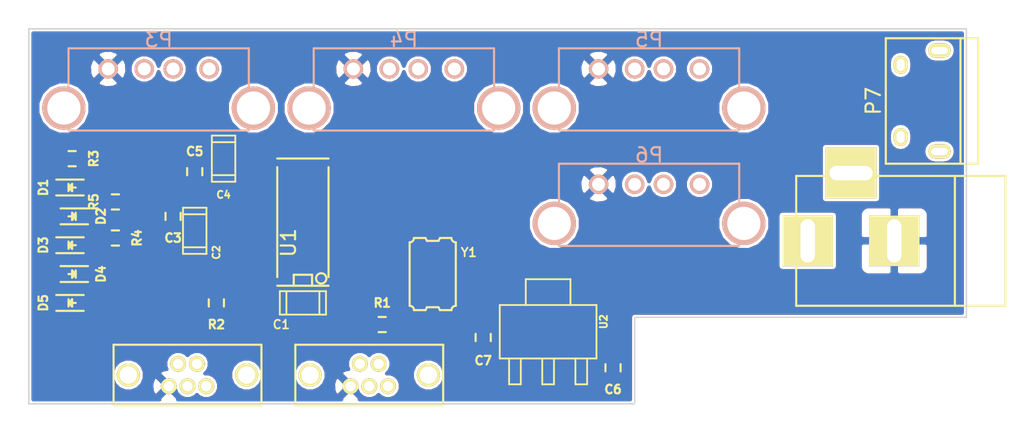
<source format=kicad_pcb>
(kicad_pcb (version 4) (host pcbnew "(2015-07-04 BZR 5884, Git c1bbf3e)-product")

  (general
    (links 69)
    (no_connects 69)
    (area 99.949999 77.949999 165.050001 100.050001)
    (thickness 1.6)
    (drawings 6)
    (tracks 0)
    (zones 0)
    (modules 28)
    (nets 37)
  )

  (page A4)
  (layers
    (0 F.Cu signal)
    (31 B.Cu signal)
    (32 B.Adhes user)
    (33 F.Adhes user)
    (34 B.Paste user)
    (35 F.Paste user)
    (36 B.SilkS user)
    (37 F.SilkS user)
    (38 B.Mask user)
    (39 F.Mask user)
    (40 Dwgs.User user)
    (41 Cmts.User user)
    (42 Eco1.User user)
    (43 Eco2.User user)
    (44 Edge.Cuts user)
    (45 Margin user)
    (46 B.CrtYd user)
    (47 F.CrtYd user)
    (48 B.Fab user)
    (49 F.Fab user)
  )

  (setup
    (last_trace_width 0.25)
    (trace_clearance 0.2)
    (zone_clearance 0.13)
    (zone_45_only no)
    (trace_min 0.2)
    (segment_width 0.2)
    (edge_width 0.1)
    (via_size 0.6)
    (via_drill 0.4)
    (via_min_size 0.4)
    (via_min_drill 0.3)
    (uvia_size 0.3)
    (uvia_drill 0.1)
    (uvias_allowed no)
    (uvia_min_size 0.2)
    (uvia_min_drill 0.1)
    (pcb_text_width 0.3)
    (pcb_text_size 1.5 1.5)
    (mod_edge_width 0.15)
    (mod_text_size 1 1)
    (mod_text_width 0.15)
    (pad_size 1.5 1.5)
    (pad_drill 0.6)
    (pad_to_mask_clearance 0)
    (aux_axis_origin 0 0)
    (visible_elements 7FFFFF7F)
    (pcbplotparams
      (layerselection 0x00030_80000001)
      (usegerberextensions false)
      (excludeedgelayer true)
      (linewidth 0.100000)
      (plotframeref false)
      (viasonmask false)
      (mode 1)
      (useauxorigin false)
      (hpglpennumber 1)
      (hpglpenspeed 20)
      (hpglpendiameter 15)
      (hpglpenoverlay 2)
      (psnegative false)
      (psa4output false)
      (plotreference true)
      (plotvalue true)
      (plotinvisibletext false)
      (padsonsilk false)
      (subtractmaskfromsilk false)
      (outputformat 1)
      (mirror false)
      (drillshape 1)
      (scaleselection 1)
      (outputdirectory ""))
  )

  (net 0 "")
  (net 1 +5V)
  (net 2 GND)
  (net 3 +3V3)
  (net 4 "Net-(C4-Pad1)")
  (net 5 "Net-(C6-Pad1)")
  (net 6 "Net-(CON1-Pad3)")
  (net 7 "Net-(D1-Pad2)")
  (net 8 "Net-(D1-Pad1)")
  (net 9 "Net-(D3-Pad2)")
  (net 10 "Net-(D5-Pad2)")
  (net 11 "Net-(P1-Pad6)")
  (net 12 "Net-(P1-Pad3)")
  (net 13 "Net-(P1-Pad2)")
  (net 14 "Net-(P1-Pad4)")
  (net 15 "Net-(P2-Pad6)")
  (net 16 "Net-(P2-Pad1)")
  (net 17 "Net-(P2-Pad3)")
  (net 18 "Net-(P2-Pad2)")
  (net 19 "Net-(P2-Pad4)")
  (net 20 "Net-(P3-Pad2)")
  (net 21 "Net-(P3-Pad3)")
  (net 22 "Net-(P4-Pad2)")
  (net 23 "Net-(P4-Pad3)")
  (net 24 "Net-(P5-Pad2)")
  (net 25 "Net-(P5-Pad3)")
  (net 26 "Net-(P6-Pad2)")
  (net 27 "Net-(P6-Pad3)")
  (net 28 "Net-(R2-Pad1)")
  (net 29 "Net-(R3-Pad2)")
  (net 30 "Net-(R4-Pad2)")
  (net 31 "Net-(U1-Pad2)")
  (net 32 "Net-(U1-Pad3)")
  (net 33 "Net-(P7-Pad6)")
  (net 34 "Net-(P7-Pad3)")
  (net 35 "Net-(P7-Pad2)")
  (net 36 "Net-(P7-Pad4)")

  (net_class Default "This is the default net class."
    (clearance 0.2)
    (trace_width 0.25)
    (via_dia 0.6)
    (via_drill 0.4)
    (uvia_dia 0.3)
    (uvia_drill 0.1)
    (add_net +3V3)
    (add_net +5V)
    (add_net GND)
    (add_net "Net-(C4-Pad1)")
    (add_net "Net-(C6-Pad1)")
    (add_net "Net-(CON1-Pad3)")
    (add_net "Net-(D1-Pad1)")
    (add_net "Net-(D1-Pad2)")
    (add_net "Net-(D3-Pad2)")
    (add_net "Net-(D5-Pad2)")
    (add_net "Net-(P1-Pad2)")
    (add_net "Net-(P1-Pad3)")
    (add_net "Net-(P1-Pad4)")
    (add_net "Net-(P1-Pad6)")
    (add_net "Net-(P2-Pad1)")
    (add_net "Net-(P2-Pad2)")
    (add_net "Net-(P2-Pad3)")
    (add_net "Net-(P2-Pad4)")
    (add_net "Net-(P2-Pad6)")
    (add_net "Net-(P3-Pad2)")
    (add_net "Net-(P3-Pad3)")
    (add_net "Net-(P4-Pad2)")
    (add_net "Net-(P4-Pad3)")
    (add_net "Net-(P5-Pad2)")
    (add_net "Net-(P5-Pad3)")
    (add_net "Net-(P6-Pad2)")
    (add_net "Net-(P6-Pad3)")
    (add_net "Net-(P7-Pad2)")
    (add_net "Net-(P7-Pad3)")
    (add_net "Net-(P7-Pad4)")
    (add_net "Net-(P7-Pad6)")
    (add_net "Net-(R2-Pad1)")
    (add_net "Net-(R3-Pad2)")
    (add_net "Net-(R4-Pad2)")
    (add_net "Net-(U1-Pad2)")
    (add_net "Net-(U1-Pad3)")
  )

  (module project_footprint:c_1206 (layer F.Cu) (tedit 56942E93) (tstamp 569417BB)
    (at 119 93 180)
    (descr "SMT capacitor, 1206")
    (path /56954EA0)
    (fp_text reference C1 (at 1.5 -1.5 180) (layer F.SilkS)
      (effects (font (size 0.6 0.6) (thickness 0.11938)))
    )
    (fp_text value 10uF (at 62.025 82.475 180) (layer F.SilkS) hide
      (effects (font (size 0.50038 0.50038) (thickness 0.11938)))
    )
    (fp_line (start 1.143 0.8128) (end 1.143 -0.8128) (layer F.SilkS) (width 0.127))
    (fp_line (start -1.143 -0.8128) (end -1.143 0.8128) (layer F.SilkS) (width 0.127))
    (fp_line (start -1.6002 -0.8128) (end -1.6002 0.8128) (layer F.SilkS) (width 0.127))
    (fp_line (start -1.6002 0.8128) (end 1.6002 0.8128) (layer F.SilkS) (width 0.127))
    (fp_line (start 1.6002 0.8128) (end 1.6002 -0.8128) (layer F.SilkS) (width 0.127))
    (fp_line (start 1.6002 -0.8128) (end -1.6002 -0.8128) (layer F.SilkS) (width 0.127))
    (pad 1 smd rect (at 1.397 0 180) (size 1.6002 1.8034) (layers F.Cu F.Paste F.Mask)
      (net 1 +5V))
    (pad 2 smd rect (at -1.397 0 180) (size 1.6002 1.8034) (layers F.Cu F.Paste F.Mask)
      (net 2 GND))
    (model smd/capacitors/c_1206.wrl
      (at (xyz 0 0 0))
      (scale (xyz 1 1 1))
      (rotate (xyz 0 0 0))
    )
  )

  (module project_footprint:c_1206 (layer F.Cu) (tedit 54D27DF1) (tstamp 569417C1)
    (at 111.5 88 90)
    (descr "SMT capacitor, 1206")
    (path /56947E9F)
    (fp_text reference C2 (at -1.5 1.5 450) (layer F.SilkS)
      (effects (font (size 0.50038 0.50038) (thickness 0.11938)))
    )
    (fp_text value 10uF (at 62.025 82.475 90) (layer F.SilkS) hide
      (effects (font (size 0.50038 0.50038) (thickness 0.11938)))
    )
    (fp_line (start 1.143 0.8128) (end 1.143 -0.8128) (layer F.SilkS) (width 0.127))
    (fp_line (start -1.143 -0.8128) (end -1.143 0.8128) (layer F.SilkS) (width 0.127))
    (fp_line (start -1.6002 -0.8128) (end -1.6002 0.8128) (layer F.SilkS) (width 0.127))
    (fp_line (start -1.6002 0.8128) (end 1.6002 0.8128) (layer F.SilkS) (width 0.127))
    (fp_line (start 1.6002 0.8128) (end 1.6002 -0.8128) (layer F.SilkS) (width 0.127))
    (fp_line (start 1.6002 -0.8128) (end -1.6002 -0.8128) (layer F.SilkS) (width 0.127))
    (pad 1 smd rect (at 1.397 0 90) (size 1.6002 1.8034) (layers F.Cu F.Paste F.Mask)
      (net 3 +3V3))
    (pad 2 smd rect (at -1.397 0 90) (size 1.6002 1.8034) (layers F.Cu F.Paste F.Mask)
      (net 2 GND))
    (model smd/capacitors/c_1206.wrl
      (at (xyz 0 0 0))
      (scale (xyz 1 1 1))
      (rotate (xyz 0 0 0))
    )
  )

  (module project_footprint:C_0402_Hand (layer F.Cu) (tedit 56942E65) (tstamp 569417C7)
    (at 110 87 270)
    (descr "Resistor SMD 0402, reflow soldering, Vishay (see dcrcw.pdf)")
    (tags "resistor 0402")
    (path /56947D1E)
    (attr smd)
    (fp_text reference C3 (at 1.5 0 360) (layer F.SilkS)
      (effects (font (size 0.6 0.6) (thickness 0.15)))
    )
    (fp_text value 0.1uF (at 0 1.8 270) (layer F.Fab) hide
      (effects (font (size 1 1) (thickness 0.15)))
    )
    (fp_line (start -0.95 -0.65) (end 0.95 -0.65) (layer F.CrtYd) (width 0.05))
    (fp_line (start -0.95 0.65) (end 0.95 0.65) (layer F.CrtYd) (width 0.05))
    (fp_line (start -0.95 -0.65) (end -0.95 0.65) (layer F.CrtYd) (width 0.05))
    (fp_line (start 0.95 -0.65) (end 0.95 0.65) (layer F.CrtYd) (width 0.05))
    (fp_line (start 0.25 -0.525) (end -0.25 -0.525) (layer F.SilkS) (width 0.15))
    (fp_line (start -0.25 0.525) (end 0.25 0.525) (layer F.SilkS) (width 0.15))
    (pad 1 smd rect (at -0.6 0 270) (size 0.7 0.6) (layers F.Cu F.Paste F.Mask)
      (net 3 +3V3))
    (pad 2 smd rect (at 0.6 0 270) (size 0.7 0.6) (layers F.Cu F.Paste F.Mask)
      (net 2 GND))
    (model Resistors_SMD.3dshapes/R_0402.wrl
      (at (xyz 0 0 0))
      (scale (xyz 1 1 1))
      (rotate (xyz 0 0 0))
    )
  )

  (module project_footprint:c_1206 (layer F.Cu) (tedit 54D27DF1) (tstamp 569417CD)
    (at 113.5 83 270)
    (descr "SMT capacitor, 1206")
    (path /56947E2E)
    (fp_text reference C4 (at 2.5 0 360) (layer F.SilkS)
      (effects (font (size 0.50038 0.50038) (thickness 0.11938)))
    )
    (fp_text value 10uF (at 62.025 82.475 270) (layer F.SilkS) hide
      (effects (font (size 0.50038 0.50038) (thickness 0.11938)))
    )
    (fp_line (start 1.143 0.8128) (end 1.143 -0.8128) (layer F.SilkS) (width 0.127))
    (fp_line (start -1.143 -0.8128) (end -1.143 0.8128) (layer F.SilkS) (width 0.127))
    (fp_line (start -1.6002 -0.8128) (end -1.6002 0.8128) (layer F.SilkS) (width 0.127))
    (fp_line (start -1.6002 0.8128) (end 1.6002 0.8128) (layer F.SilkS) (width 0.127))
    (fp_line (start 1.6002 0.8128) (end 1.6002 -0.8128) (layer F.SilkS) (width 0.127))
    (fp_line (start 1.6002 -0.8128) (end -1.6002 -0.8128) (layer F.SilkS) (width 0.127))
    (pad 1 smd rect (at 1.397 0 270) (size 1.6002 1.8034) (layers F.Cu F.Paste F.Mask)
      (net 4 "Net-(C4-Pad1)"))
    (pad 2 smd rect (at -1.397 0 270) (size 1.6002 1.8034) (layers F.Cu F.Paste F.Mask)
      (net 2 GND))
    (model smd/capacitors/c_1206.wrl
      (at (xyz 0 0 0))
      (scale (xyz 1 1 1))
      (rotate (xyz 0 0 0))
    )
  )

  (module project_footprint:C_0402_Hand (layer F.Cu) (tedit 56942E5D) (tstamp 569417D3)
    (at 111.5 83.9 90)
    (descr "Resistor SMD 0402, reflow soldering, Vishay (see dcrcw.pdf)")
    (tags "resistor 0402")
    (path /56947C03)
    (attr smd)
    (fp_text reference C5 (at 1.4 0 180) (layer F.SilkS)
      (effects (font (size 0.6 0.6) (thickness 0.15)))
    )
    (fp_text value 0.1uF (at 0 1.8 90) (layer F.Fab) hide
      (effects (font (size 1 1) (thickness 0.15)))
    )
    (fp_line (start -0.95 -0.65) (end 0.95 -0.65) (layer F.CrtYd) (width 0.05))
    (fp_line (start -0.95 0.65) (end 0.95 0.65) (layer F.CrtYd) (width 0.05))
    (fp_line (start -0.95 -0.65) (end -0.95 0.65) (layer F.CrtYd) (width 0.05))
    (fp_line (start 0.95 -0.65) (end 0.95 0.65) (layer F.CrtYd) (width 0.05))
    (fp_line (start 0.25 -0.525) (end -0.25 -0.525) (layer F.SilkS) (width 0.15))
    (fp_line (start -0.25 0.525) (end 0.25 0.525) (layer F.SilkS) (width 0.15))
    (pad 1 smd rect (at -0.6 0 90) (size 0.7 0.6) (layers F.Cu F.Paste F.Mask)
      (net 4 "Net-(C4-Pad1)"))
    (pad 2 smd rect (at 0.6 0 90) (size 0.7 0.6) (layers F.Cu F.Paste F.Mask)
      (net 2 GND))
    (model Resistors_SMD.3dshapes/R_0402.wrl
      (at (xyz 0 0 0))
      (scale (xyz 1 1 1))
      (rotate (xyz 0 0 0))
    )
  )

  (module project_footprint:C_0402_Hand (layer F.Cu) (tedit 56942EAA) (tstamp 569417D9)
    (at 140.5 97.5 270)
    (descr "Resistor SMD 0402, reflow soldering, Vishay (see dcrcw.pdf)")
    (tags "resistor 0402")
    (path /5695BF97)
    (attr smd)
    (fp_text reference C6 (at 1.5 0 360) (layer F.SilkS)
      (effects (font (size 0.6 0.6) (thickness 0.15)))
    )
    (fp_text value 0.33uF (at 0 1.8 270) (layer F.Fab) hide
      (effects (font (size 1 1) (thickness 0.15)))
    )
    (fp_line (start -0.95 -0.65) (end 0.95 -0.65) (layer F.CrtYd) (width 0.05))
    (fp_line (start -0.95 0.65) (end 0.95 0.65) (layer F.CrtYd) (width 0.05))
    (fp_line (start -0.95 -0.65) (end -0.95 0.65) (layer F.CrtYd) (width 0.05))
    (fp_line (start 0.95 -0.65) (end 0.95 0.65) (layer F.CrtYd) (width 0.05))
    (fp_line (start 0.25 -0.525) (end -0.25 -0.525) (layer F.SilkS) (width 0.15))
    (fp_line (start -0.25 0.525) (end 0.25 0.525) (layer F.SilkS) (width 0.15))
    (pad 1 smd rect (at -0.6 0 270) (size 0.7 0.6) (layers F.Cu F.Paste F.Mask)
      (net 5 "Net-(C6-Pad1)"))
    (pad 2 smd rect (at 0.6 0 270) (size 0.7 0.6) (layers F.Cu F.Paste F.Mask)
      (net 2 GND))
    (model Resistors_SMD.3dshapes/R_0402.wrl
      (at (xyz 0 0 0))
      (scale (xyz 1 1 1))
      (rotate (xyz 0 0 0))
    )
  )

  (module project_footprint:C_0402_Hand (layer F.Cu) (tedit 56942EA4) (tstamp 569417DF)
    (at 131.5 95.4 270)
    (descr "Resistor SMD 0402, reflow soldering, Vishay (see dcrcw.pdf)")
    (tags "resistor 0402")
    (path /5695C3E7)
    (attr smd)
    (fp_text reference C7 (at 1.6 0 360) (layer F.SilkS)
      (effects (font (size 0.6 0.6) (thickness 0.15)))
    )
    (fp_text value 0.1uF (at 0 1.8 270) (layer F.Fab) hide
      (effects (font (size 1 1) (thickness 0.15)))
    )
    (fp_line (start -0.95 -0.65) (end 0.95 -0.65) (layer F.CrtYd) (width 0.05))
    (fp_line (start -0.95 0.65) (end 0.95 0.65) (layer F.CrtYd) (width 0.05))
    (fp_line (start -0.95 -0.65) (end -0.95 0.65) (layer F.CrtYd) (width 0.05))
    (fp_line (start 0.95 -0.65) (end 0.95 0.65) (layer F.CrtYd) (width 0.05))
    (fp_line (start 0.25 -0.525) (end -0.25 -0.525) (layer F.SilkS) (width 0.15))
    (fp_line (start -0.25 0.525) (end 0.25 0.525) (layer F.SilkS) (width 0.15))
    (pad 1 smd rect (at -0.6 0 270) (size 0.7 0.6) (layers F.Cu F.Paste F.Mask)
      (net 1 +5V))
    (pad 2 smd rect (at 0.6 0 270) (size 0.7 0.6) (layers F.Cu F.Paste F.Mask)
      (net 2 GND))
    (model Resistors_SMD.3dshapes/R_0402.wrl
      (at (xyz 0 0 0))
      (scale (xyz 1 1 1))
      (rotate (xyz 0 0 0))
    )
  )

  (module Connect:BARREL_JACK (layer F.Cu) (tedit 56942EB3) (tstamp 569417E6)
    (at 160.2004 88.699 180)
    (descr "DC Barrel Jack")
    (tags "Power Jack")
    (path /56958962)
    (fp_text reference CON1 (at 10.09904 0 270) (layer F.SilkS) hide
      (effects (font (size 1 1) (thickness 0.15)))
    )
    (fp_text value BARREL_JACK (at 1.2004 -3.301 180) (layer F.Fab)
      (effects (font (size 1 1) (thickness 0.15)))
    )
    (fp_line (start -4.0005 -4.50088) (end -4.0005 4.50088) (layer F.SilkS) (width 0.15))
    (fp_line (start -7.50062 -4.50088) (end -7.50062 4.50088) (layer F.SilkS) (width 0.15))
    (fp_line (start -7.50062 4.50088) (end 7.00024 4.50088) (layer F.SilkS) (width 0.15))
    (fp_line (start 7.00024 4.50088) (end 7.00024 -4.50088) (layer F.SilkS) (width 0.15))
    (fp_line (start 7.00024 -4.50088) (end -7.50062 -4.50088) (layer F.SilkS) (width 0.15))
    (pad 1 thru_hole rect (at 6.20014 0 180) (size 3.50012 3.50012) (drill oval 1.00076 2.99974) (layers *.Cu *.Mask F.SilkS)
      (net 5 "Net-(C6-Pad1)"))
    (pad 2 thru_hole rect (at 0.20066 0 180) (size 3.50012 3.50012) (drill oval 1.00076 2.99974) (layers *.Cu *.Mask F.SilkS)
      (net 2 GND))
    (pad 3 thru_hole rect (at 3.2004 4.699 180) (size 3.50012 3.50012) (drill oval 2.99974 1.00076) (layers *.Cu *.Mask F.SilkS)
      (net 6 "Net-(CON1-Pad3)"))
  )

  (module LEDs:LED-0603 (layer F.Cu) (tedit 56942DFB) (tstamp 569417EC)
    (at 103 85)
    (descr "LED 0603 smd package")
    (tags "LED led 0603 SMD smd SMT smt smdled SMDLED smtled SMTLED")
    (path /5694A4FC)
    (attr smd)
    (fp_text reference D1 (at -2 0 90) (layer F.SilkS)
      (effects (font (size 0.6 0.6) (thickness 0.15)))
    )
    (fp_text value Green (at 0 1.5) (layer F.Fab) hide
      (effects (font (size 1 1) (thickness 0.15)))
    )
    (fp_line (start -1.1 0.55) (end 0.8 0.55) (layer F.SilkS) (width 0.15))
    (fp_line (start -1.1 -0.55) (end 0.8 -0.55) (layer F.SilkS) (width 0.15))
    (fp_line (start -0.2 0) (end 0.25 0) (layer F.SilkS) (width 0.15))
    (fp_line (start -0.25 -0.25) (end -0.25 0.25) (layer F.SilkS) (width 0.15))
    (fp_line (start -0.25 0) (end 0 -0.25) (layer F.SilkS) (width 0.15))
    (fp_line (start 0 -0.25) (end 0 0.25) (layer F.SilkS) (width 0.15))
    (fp_line (start 0 0.25) (end -0.25 0) (layer F.SilkS) (width 0.15))
    (fp_line (start 1.4 -0.75) (end 1.4 0.75) (layer F.CrtYd) (width 0.05))
    (fp_line (start 1.4 0.75) (end -1.4 0.75) (layer F.CrtYd) (width 0.05))
    (fp_line (start -1.4 0.75) (end -1.4 -0.75) (layer F.CrtYd) (width 0.05))
    (fp_line (start -1.4 -0.75) (end 1.4 -0.75) (layer F.CrtYd) (width 0.05))
    (pad 2 smd rect (at 0.7493 0 180) (size 0.79756 0.79756) (layers F.Cu F.Paste F.Mask)
      (net 7 "Net-(D1-Pad2)"))
    (pad 1 smd rect (at -0.7493 0 180) (size 0.79756 0.79756) (layers F.Cu F.Paste F.Mask)
      (net 8 "Net-(D1-Pad1)"))
  )

  (module LEDs:LED-0603 (layer F.Cu) (tedit 56942DF6) (tstamp 569417F2)
    (at 103 87 180)
    (descr "LED 0603 smd package")
    (tags "LED led 0603 SMD smd SMT smt smdled SMDLED smtled SMTLED")
    (path /56949E26)
    (attr smd)
    (fp_text reference D2 (at -2 0 270) (layer F.SilkS)
      (effects (font (size 0.6 0.6) (thickness 0.15)))
    )
    (fp_text value Green (at 0 1.5 180) (layer F.Fab) hide
      (effects (font (size 1 1) (thickness 0.15)))
    )
    (fp_line (start -1.1 0.55) (end 0.8 0.55) (layer F.SilkS) (width 0.15))
    (fp_line (start -1.1 -0.55) (end 0.8 -0.55) (layer F.SilkS) (width 0.15))
    (fp_line (start -0.2 0) (end 0.25 0) (layer F.SilkS) (width 0.15))
    (fp_line (start -0.25 -0.25) (end -0.25 0.25) (layer F.SilkS) (width 0.15))
    (fp_line (start -0.25 0) (end 0 -0.25) (layer F.SilkS) (width 0.15))
    (fp_line (start 0 -0.25) (end 0 0.25) (layer F.SilkS) (width 0.15))
    (fp_line (start 0 0.25) (end -0.25 0) (layer F.SilkS) (width 0.15))
    (fp_line (start 1.4 -0.75) (end 1.4 0.75) (layer F.CrtYd) (width 0.05))
    (fp_line (start 1.4 0.75) (end -1.4 0.75) (layer F.CrtYd) (width 0.05))
    (fp_line (start -1.4 0.75) (end -1.4 -0.75) (layer F.CrtYd) (width 0.05))
    (fp_line (start -1.4 -0.75) (end 1.4 -0.75) (layer F.CrtYd) (width 0.05))
    (pad 2 smd rect (at 0.7493 0) (size 0.79756 0.79756) (layers F.Cu F.Paste F.Mask)
      (net 8 "Net-(D1-Pad1)"))
    (pad 1 smd rect (at -0.7493 0) (size 0.79756 0.79756) (layers F.Cu F.Paste F.Mask)
      (net 7 "Net-(D1-Pad2)"))
  )

  (module LEDs:LED-0603 (layer F.Cu) (tedit 56942DFF) (tstamp 569417F8)
    (at 103 89)
    (descr "LED 0603 smd package")
    (tags "LED led 0603 SMD smd SMT smt smdled SMDLED smtled SMTLED")
    (path /56949E99)
    (attr smd)
    (fp_text reference D3 (at -2 0 90) (layer F.SilkS)
      (effects (font (size 0.6 0.6) (thickness 0.15)))
    )
    (fp_text value Green (at 0 1.5) (layer F.Fab) hide
      (effects (font (size 1 1) (thickness 0.15)))
    )
    (fp_line (start -1.1 0.55) (end 0.8 0.55) (layer F.SilkS) (width 0.15))
    (fp_line (start -1.1 -0.55) (end 0.8 -0.55) (layer F.SilkS) (width 0.15))
    (fp_line (start -0.2 0) (end 0.25 0) (layer F.SilkS) (width 0.15))
    (fp_line (start -0.25 -0.25) (end -0.25 0.25) (layer F.SilkS) (width 0.15))
    (fp_line (start -0.25 0) (end 0 -0.25) (layer F.SilkS) (width 0.15))
    (fp_line (start 0 -0.25) (end 0 0.25) (layer F.SilkS) (width 0.15))
    (fp_line (start 0 0.25) (end -0.25 0) (layer F.SilkS) (width 0.15))
    (fp_line (start 1.4 -0.75) (end 1.4 0.75) (layer F.CrtYd) (width 0.05))
    (fp_line (start 1.4 0.75) (end -1.4 0.75) (layer F.CrtYd) (width 0.05))
    (fp_line (start -1.4 0.75) (end -1.4 -0.75) (layer F.CrtYd) (width 0.05))
    (fp_line (start -1.4 -0.75) (end 1.4 -0.75) (layer F.CrtYd) (width 0.05))
    (pad 2 smd rect (at 0.7493 0 180) (size 0.79756 0.79756) (layers F.Cu F.Paste F.Mask)
      (net 9 "Net-(D3-Pad2)"))
    (pad 1 smd rect (at -0.7493 0 180) (size 0.79756 0.79756) (layers F.Cu F.Paste F.Mask)
      (net 7 "Net-(D1-Pad2)"))
  )

  (module LEDs:LED-0603 (layer F.Cu) (tedit 56942E05) (tstamp 569417FE)
    (at 103 91 180)
    (descr "LED 0603 smd package")
    (tags "LED led 0603 SMD smd SMT smt smdled SMDLED smtled SMTLED")
    (path /5694A595)
    (attr smd)
    (fp_text reference D4 (at -2 0 270) (layer F.SilkS)
      (effects (font (size 0.6 0.6) (thickness 0.15)))
    )
    (fp_text value Green (at 0 1.5 180) (layer F.Fab) hide
      (effects (font (size 1 1) (thickness 0.15)))
    )
    (fp_line (start -1.1 0.55) (end 0.8 0.55) (layer F.SilkS) (width 0.15))
    (fp_line (start -1.1 -0.55) (end 0.8 -0.55) (layer F.SilkS) (width 0.15))
    (fp_line (start -0.2 0) (end 0.25 0) (layer F.SilkS) (width 0.15))
    (fp_line (start -0.25 -0.25) (end -0.25 0.25) (layer F.SilkS) (width 0.15))
    (fp_line (start -0.25 0) (end 0 -0.25) (layer F.SilkS) (width 0.15))
    (fp_line (start 0 -0.25) (end 0 0.25) (layer F.SilkS) (width 0.15))
    (fp_line (start 0 0.25) (end -0.25 0) (layer F.SilkS) (width 0.15))
    (fp_line (start 1.4 -0.75) (end 1.4 0.75) (layer F.CrtYd) (width 0.05))
    (fp_line (start 1.4 0.75) (end -1.4 0.75) (layer F.CrtYd) (width 0.05))
    (fp_line (start -1.4 0.75) (end -1.4 -0.75) (layer F.CrtYd) (width 0.05))
    (fp_line (start -1.4 -0.75) (end 1.4 -0.75) (layer F.CrtYd) (width 0.05))
    (pad 2 smd rect (at 0.7493 0) (size 0.79756 0.79756) (layers F.Cu F.Paste F.Mask)
      (net 7 "Net-(D1-Pad2)"))
    (pad 1 smd rect (at -0.7493 0) (size 0.79756 0.79756) (layers F.Cu F.Paste F.Mask)
      (net 9 "Net-(D3-Pad2)"))
  )

  (module LEDs:LED-0603 (layer F.Cu) (tedit 56942E08) (tstamp 56941804)
    (at 103 93)
    (descr "LED 0603 smd package")
    (tags "LED led 0603 SMD smd SMT smt smdled SMDLED smtled SMTLED")
    (path /56949F8A)
    (attr smd)
    (fp_text reference D5 (at -2 0 90) (layer F.SilkS)
      (effects (font (size 0.6 0.6) (thickness 0.15)))
    )
    (fp_text value Red (at 0 1.5) (layer F.Fab) hide
      (effects (font (size 1 1) (thickness 0.15)))
    )
    (fp_line (start -1.1 0.55) (end 0.8 0.55) (layer F.SilkS) (width 0.15))
    (fp_line (start -1.1 -0.55) (end 0.8 -0.55) (layer F.SilkS) (width 0.15))
    (fp_line (start -0.2 0) (end 0.25 0) (layer F.SilkS) (width 0.15))
    (fp_line (start -0.25 -0.25) (end -0.25 0.25) (layer F.SilkS) (width 0.15))
    (fp_line (start -0.25 0) (end 0 -0.25) (layer F.SilkS) (width 0.15))
    (fp_line (start 0 -0.25) (end 0 0.25) (layer F.SilkS) (width 0.15))
    (fp_line (start 0 0.25) (end -0.25 0) (layer F.SilkS) (width 0.15))
    (fp_line (start 1.4 -0.75) (end 1.4 0.75) (layer F.CrtYd) (width 0.05))
    (fp_line (start 1.4 0.75) (end -1.4 0.75) (layer F.CrtYd) (width 0.05))
    (fp_line (start -1.4 0.75) (end -1.4 -0.75) (layer F.CrtYd) (width 0.05))
    (fp_line (start -1.4 -0.75) (end 1.4 -0.75) (layer F.CrtYd) (width 0.05))
    (pad 2 smd rect (at 0.7493 0 180) (size 0.79756 0.79756) (layers F.Cu F.Paste F.Mask)
      (net 10 "Net-(D5-Pad2)"))
    (pad 1 smd rect (at -0.7493 0 180) (size 0.79756 0.79756) (layers F.Cu F.Paste F.Mask)
      (net 2 GND))
  )

  (module project_footprints:USB_Micro-B_Vert_OTG (layer F.Cu) (tedit 56857875) (tstamp 5694180F)
    (at 111 98)
    (descr "Micro USB Type B Receptacle")
    (tags "USB USB_B USB_micro USB_OTG")
    (path /5695041C)
    (attr smd)
    (fp_text reference P1 (at 0 -3.45) (layer F.SilkS) hide
      (effects (font (size 1 1) (thickness 0.15)))
    )
    (fp_text value USB_OTG (at -0.15 2.95) (layer F.Fab) hide
      (effects (font (size 1 1) (thickness 0.15)))
    )
    (fp_line (start -0.025 -3.35) (end -0.025 3.5) (layer F.CrtYd) (width 0.05))
    (fp_line (start -5.125 -2.1) (end 5.125 -2.1) (layer F.SilkS) (width 0.15))
    (fp_line (start 5.125 -2.1) (end 5.125 2.1) (layer F.SilkS) (width 0.15))
    (fp_line (start 5.125 2.1) (end -5.125 2.1) (layer F.SilkS) (width 0.15))
    (fp_line (start -5.125 2.1) (end -5.125 -2.1) (layer F.SilkS) (width 0.15))
    (pad 6 thru_hole circle (at 4.1 0 90) (size 1.6 1.6) (drill 1.2) (layers *.Cu *.Mask F.SilkS)
      (net 11 "Net-(P1-Pad6)"))
    (pad 1 thru_hole circle (at 1.3 0.775 90) (size 1.1 1.1) (drill 0.7) (layers *.Cu *.Mask F.SilkS)
      (net 1 +5V))
    (pad 3 thru_hole circle (at 0 0.775 90) (size 1.1 1.1) (drill 0.7) (layers *.Cu *.Mask F.SilkS)
      (net 12 "Net-(P1-Pad3)"))
    (pad 2 thru_hole circle (at 0.65 -0.775 90) (size 1.1 1.1) (drill 0.7) (layers *.Cu *.Mask F.SilkS)
      (net 13 "Net-(P1-Pad2)"))
    (pad 4 thru_hole circle (at -0.65 -0.775 90) (size 1.1 1.1) (drill 0.7) (layers *.Cu *.Mask F.SilkS)
      (net 14 "Net-(P1-Pad4)"))
    (pad 5 thru_hole circle (at -1.3 0.775 90) (size 1.1 1.1) (drill 0.7) (layers *.Cu *.Mask F.SilkS)
      (net 2 GND))
    (pad 6 thru_hole circle (at -4.1 0 90) (size 1.6 1.6) (drill 1.2) (layers *.Cu *.Mask F.SilkS)
      (net 11 "Net-(P1-Pad6)"))
  )

  (module project_footprints:USB_Micro-B_Vert_OTG (layer F.Cu) (tedit 56857875) (tstamp 5694181A)
    (at 123.6 98)
    (descr "Micro USB Type B Receptacle")
    (tags "USB USB_B USB_micro USB_OTG")
    (path /569419C2)
    (attr smd)
    (fp_text reference P2 (at 0 -3.45) (layer F.SilkS) hide
      (effects (font (size 1 1) (thickness 0.15)))
    )
    (fp_text value USB_OTG (at -0.15 2.95) (layer F.Fab) hide
      (effects (font (size 1 1) (thickness 0.15)))
    )
    (fp_line (start -0.025 -3.35) (end -0.025 3.5) (layer F.CrtYd) (width 0.05))
    (fp_line (start -5.125 -2.1) (end 5.125 -2.1) (layer F.SilkS) (width 0.15))
    (fp_line (start 5.125 -2.1) (end 5.125 2.1) (layer F.SilkS) (width 0.15))
    (fp_line (start 5.125 2.1) (end -5.125 2.1) (layer F.SilkS) (width 0.15))
    (fp_line (start -5.125 2.1) (end -5.125 -2.1) (layer F.SilkS) (width 0.15))
    (pad 6 thru_hole circle (at 4.1 0 90) (size 1.6 1.6) (drill 1.2) (layers *.Cu *.Mask F.SilkS)
      (net 15 "Net-(P2-Pad6)"))
    (pad 1 thru_hole circle (at 1.3 0.775 90) (size 1.1 1.1) (drill 0.7) (layers *.Cu *.Mask F.SilkS)
      (net 16 "Net-(P2-Pad1)"))
    (pad 3 thru_hole circle (at 0 0.775 90) (size 1.1 1.1) (drill 0.7) (layers *.Cu *.Mask F.SilkS)
      (net 17 "Net-(P2-Pad3)"))
    (pad 2 thru_hole circle (at 0.65 -0.775 90) (size 1.1 1.1) (drill 0.7) (layers *.Cu *.Mask F.SilkS)
      (net 18 "Net-(P2-Pad2)"))
    (pad 4 thru_hole circle (at -0.65 -0.775 90) (size 1.1 1.1) (drill 0.7) (layers *.Cu *.Mask F.SilkS)
      (net 19 "Net-(P2-Pad4)"))
    (pad 5 thru_hole circle (at -1.3 0.775 90) (size 1.1 1.1) (drill 0.7) (layers *.Cu *.Mask F.SilkS)
      (net 2 GND))
    (pad 6 thru_hole circle (at -4.1 0 90) (size 1.6 1.6) (drill 1.2) (layers *.Cu *.Mask F.SilkS)
      (net 15 "Net-(P2-Pad6)"))
  )

  (module project_footprints:USB_A_Vert (layer B.Cu) (tedit 56690462) (tstamp 56941824)
    (at 109 81 180)
    (descr "Micro USB Type B Receptacle")
    (tags "USB USB_B USB_micro USB_OTG")
    (path /56941ED8)
    (attr smd)
    (fp_text reference P3 (at 0 6.25 180) (layer B.SilkS)
      (effects (font (size 1 1) (thickness 0.15)) (justify mirror))
    )
    (fp_text value USB_B (at 0 0.5 180) (layer B.Fab)
      (effects (font (size 1 1) (thickness 0.15)) (justify mirror))
    )
    (fp_line (start 6.25 5.65) (end -6.25 5.65) (layer B.SilkS) (width 0.15))
    (fp_line (start 6.25 -0.05) (end 6.25 5.65) (layer B.SilkS) (width 0.15))
    (fp_line (start -4.6 5.6) (end 4.6 5.6) (layer B.CrtYd) (width 0.05))
    (fp_line (start 6.25 -0.05) (end -6.25 -0.05) (layer B.SilkS) (width 0.15))
    (fp_line (start -6.25 -0.05) (end -6.25 5.65) (layer B.SilkS) (width 0.15))
    (pad 4 thru_hole circle (at 3.5 4.22 90) (size 1.35 1.35) (drill 0.9) (layers *.Cu *.Mask B.SilkS)
      (net 2 GND))
    (pad 1 thru_hole circle (at -3.5 4.22 90) (size 1.35 1.35) (drill 0.9) (layers *.Cu *.Mask B.SilkS)
      (net 1 +5V))
    (pad 2 thru_hole circle (at -1 4.22 90) (size 1.35 1.35) (drill 0.9) (layers *.Cu *.Mask B.SilkS)
      (net 20 "Net-(P3-Pad2)"))
    (pad 6 thru_hole circle (at 6.57 1.51 90) (size 3 3) (drill 2.3) (layers *.Cu *.Mask B.SilkS))
    (pad 3 thru_hole circle (at 1 4.22 90) (size 1.35 1.35) (drill 0.9) (layers *.Cu *.Mask B.SilkS)
      (net 21 "Net-(P3-Pad3)"))
    (pad 6 thru_hole circle (at -6.57 1.51 90) (size 3 3) (drill 2.3) (layers *.Cu *.Mask B.SilkS))
  )

  (module project_footprints:USB_A_Vert (layer B.Cu) (tedit 56690462) (tstamp 5694182E)
    (at 126 81 180)
    (descr "Micro USB Type B Receptacle")
    (tags "USB USB_B USB_micro USB_OTG")
    (path /5694207D)
    (attr smd)
    (fp_text reference P4 (at 0 6.25 180) (layer B.SilkS)
      (effects (font (size 1 1) (thickness 0.15)) (justify mirror))
    )
    (fp_text value USB_B (at 0 0.5 180) (layer B.Fab)
      (effects (font (size 1 1) (thickness 0.15)) (justify mirror))
    )
    (fp_line (start 6.25 5.65) (end -6.25 5.65) (layer B.SilkS) (width 0.15))
    (fp_line (start 6.25 -0.05) (end 6.25 5.65) (layer B.SilkS) (width 0.15))
    (fp_line (start -4.6 5.6) (end 4.6 5.6) (layer B.CrtYd) (width 0.05))
    (fp_line (start 6.25 -0.05) (end -6.25 -0.05) (layer B.SilkS) (width 0.15))
    (fp_line (start -6.25 -0.05) (end -6.25 5.65) (layer B.SilkS) (width 0.15))
    (pad 4 thru_hole circle (at 3.5 4.22 90) (size 1.35 1.35) (drill 0.9) (layers *.Cu *.Mask B.SilkS)
      (net 2 GND))
    (pad 1 thru_hole circle (at -3.5 4.22 90) (size 1.35 1.35) (drill 0.9) (layers *.Cu *.Mask B.SilkS)
      (net 1 +5V))
    (pad 2 thru_hole circle (at -1 4.22 90) (size 1.35 1.35) (drill 0.9) (layers *.Cu *.Mask B.SilkS)
      (net 22 "Net-(P4-Pad2)"))
    (pad 6 thru_hole circle (at 6.57 1.51 90) (size 3 3) (drill 2.3) (layers *.Cu *.Mask B.SilkS))
    (pad 3 thru_hole circle (at 1 4.22 90) (size 1.35 1.35) (drill 0.9) (layers *.Cu *.Mask B.SilkS)
      (net 23 "Net-(P4-Pad3)"))
    (pad 6 thru_hole circle (at -6.57 1.51 90) (size 3 3) (drill 2.3) (layers *.Cu *.Mask B.SilkS))
  )

  (module project_footprints:USB_A_Vert (layer B.Cu) (tedit 56690462) (tstamp 56941838)
    (at 143 81 180)
    (descr "Micro USB Type B Receptacle")
    (tags "USB USB_B USB_micro USB_OTG")
    (path /569420C4)
    (attr smd)
    (fp_text reference P5 (at 0 6.25 180) (layer B.SilkS)
      (effects (font (size 1 1) (thickness 0.15)) (justify mirror))
    )
    (fp_text value USB_B (at 0 0.5 360) (layer B.Fab)
      (effects (font (size 1 1) (thickness 0.15)) (justify mirror))
    )
    (fp_line (start 6.25 5.65) (end -6.25 5.65) (layer B.SilkS) (width 0.15))
    (fp_line (start 6.25 -0.05) (end 6.25 5.65) (layer B.SilkS) (width 0.15))
    (fp_line (start -4.6 5.6) (end 4.6 5.6) (layer B.CrtYd) (width 0.05))
    (fp_line (start 6.25 -0.05) (end -6.25 -0.05) (layer B.SilkS) (width 0.15))
    (fp_line (start -6.25 -0.05) (end -6.25 5.65) (layer B.SilkS) (width 0.15))
    (pad 4 thru_hole circle (at 3.5 4.22 90) (size 1.35 1.35) (drill 0.9) (layers *.Cu *.Mask B.SilkS)
      (net 2 GND))
    (pad 1 thru_hole circle (at -3.5 4.22 90) (size 1.35 1.35) (drill 0.9) (layers *.Cu *.Mask B.SilkS)
      (net 1 +5V))
    (pad 2 thru_hole circle (at -1 4.22 90) (size 1.35 1.35) (drill 0.9) (layers *.Cu *.Mask B.SilkS)
      (net 24 "Net-(P5-Pad2)"))
    (pad 6 thru_hole circle (at 6.57 1.51 90) (size 3 3) (drill 2.3) (layers *.Cu *.Mask B.SilkS))
    (pad 3 thru_hole circle (at 1 4.22 90) (size 1.35 1.35) (drill 0.9) (layers *.Cu *.Mask B.SilkS)
      (net 25 "Net-(P5-Pad3)"))
    (pad 6 thru_hole circle (at -6.57 1.51 90) (size 3 3) (drill 2.3) (layers *.Cu *.Mask B.SilkS))
  )

  (module project_footprints:USB_A_Vert (layer B.Cu) (tedit 56690462) (tstamp 56941842)
    (at 143 89 180)
    (descr "Micro USB Type B Receptacle")
    (tags "USB USB_B USB_micro USB_OTG")
    (path /5694217C)
    (attr smd)
    (fp_text reference P6 (at 0 6.25 180) (layer B.SilkS)
      (effects (font (size 1 1) (thickness 0.15)) (justify mirror))
    )
    (fp_text value USB_B (at 0 0.5 180) (layer B.Fab)
      (effects (font (size 1 1) (thickness 0.15)) (justify mirror))
    )
    (fp_line (start 6.25 5.65) (end -6.25 5.65) (layer B.SilkS) (width 0.15))
    (fp_line (start 6.25 -0.05) (end 6.25 5.65) (layer B.SilkS) (width 0.15))
    (fp_line (start -4.6 5.6) (end 4.6 5.6) (layer B.CrtYd) (width 0.05))
    (fp_line (start 6.25 -0.05) (end -6.25 -0.05) (layer B.SilkS) (width 0.15))
    (fp_line (start -6.25 -0.05) (end -6.25 5.65) (layer B.SilkS) (width 0.15))
    (pad 4 thru_hole circle (at 3.5 4.22 90) (size 1.35 1.35) (drill 0.9) (layers *.Cu *.Mask B.SilkS)
      (net 2 GND))
    (pad 1 thru_hole circle (at -3.5 4.22 90) (size 1.35 1.35) (drill 0.9) (layers *.Cu *.Mask B.SilkS)
      (net 1 +5V))
    (pad 2 thru_hole circle (at -1 4.22 90) (size 1.35 1.35) (drill 0.9) (layers *.Cu *.Mask B.SilkS)
      (net 26 "Net-(P6-Pad2)"))
    (pad 6 thru_hole circle (at 6.57 1.51 90) (size 3 3) (drill 2.3) (layers *.Cu *.Mask B.SilkS))
    (pad 3 thru_hole circle (at 1 4.22 90) (size 1.35 1.35) (drill 0.9) (layers *.Cu *.Mask B.SilkS)
      (net 27 "Net-(P6-Pad3)"))
    (pad 6 thru_hole circle (at -6.57 1.51 90) (size 3 3) (drill 2.3) (layers *.Cu *.Mask B.SilkS))
  )

  (module project_footprints:R_0402_Hand (layer F.Cu) (tedit 56942E9F) (tstamp 56941848)
    (at 124.5 94.5 180)
    (descr "Resistor SMD 0402, reflow soldering, Vishay (see dcrcw.pdf)")
    (tags "resistor 0402")
    (path /56944184)
    (attr smd)
    (fp_text reference R1 (at 0 1.5 180) (layer F.SilkS)
      (effects (font (size 0.6 0.6) (thickness 0.15)))
    )
    (fp_text value 100k (at 0 1.8 180) (layer F.Fab) hide
      (effects (font (size 1 1) (thickness 0.15)))
    )
    (fp_line (start -0.95 -0.65) (end 0.95 -0.65) (layer F.CrtYd) (width 0.05))
    (fp_line (start -0.95 0.65) (end 0.95 0.65) (layer F.CrtYd) (width 0.05))
    (fp_line (start -0.95 -0.65) (end -0.95 0.65) (layer F.CrtYd) (width 0.05))
    (fp_line (start 0.95 -0.65) (end 0.95 0.65) (layer F.CrtYd) (width 0.05))
    (fp_line (start 0.25 -0.525) (end -0.25 -0.525) (layer F.SilkS) (width 0.15))
    (fp_line (start -0.25 0.525) (end 0.25 0.525) (layer F.SilkS) (width 0.15))
    (pad 1 smd rect (at -0.6 0 180) (size 0.7 0.6) (layers F.Cu F.Paste F.Mask)
      (net 16 "Net-(P2-Pad1)"))
    (pad 2 smd rect (at 0.6 0 180) (size 0.7 0.6) (layers F.Cu F.Paste F.Mask)
      (net 19 "Net-(P2-Pad4)"))
    (model Resistors_SMD.3dshapes/R_0402.wrl
      (at (xyz 0 0 0))
      (scale (xyz 1 1 1))
      (rotate (xyz 0 0 0))
    )
  )

  (module project_footprints:R_0402_Hand (layer F.Cu) (tedit 56942E8E) (tstamp 5694184E)
    (at 113 93 270)
    (descr "Resistor SMD 0402, reflow soldering, Vishay (see dcrcw.pdf)")
    (tags "resistor 0402")
    (path /56944782)
    (attr smd)
    (fp_text reference R2 (at 1.5 0 360) (layer F.SilkS)
      (effects (font (size 0.6 0.6) (thickness 0.15)))
    )
    (fp_text value 2.7k (at 0 1.8 270) (layer F.Fab) hide
      (effects (font (size 1 1) (thickness 0.15)))
    )
    (fp_line (start -0.95 -0.65) (end 0.95 -0.65) (layer F.CrtYd) (width 0.05))
    (fp_line (start -0.95 0.65) (end 0.95 0.65) (layer F.CrtYd) (width 0.05))
    (fp_line (start -0.95 -0.65) (end -0.95 0.65) (layer F.CrtYd) (width 0.05))
    (fp_line (start 0.95 -0.65) (end 0.95 0.65) (layer F.CrtYd) (width 0.05))
    (fp_line (start 0.25 -0.525) (end -0.25 -0.525) (layer F.SilkS) (width 0.15))
    (fp_line (start -0.25 0.525) (end 0.25 0.525) (layer F.SilkS) (width 0.15))
    (pad 1 smd rect (at -0.6 0 270) (size 0.7 0.6) (layers F.Cu F.Paste F.Mask)
      (net 28 "Net-(R2-Pad1)"))
    (pad 2 smd rect (at 0.6 0 270) (size 0.7 0.6) (layers F.Cu F.Paste F.Mask)
      (net 2 GND))
    (model Resistors_SMD.3dshapes/R_0402.wrl
      (at (xyz 0 0 0))
      (scale (xyz 1 1 1))
      (rotate (xyz 0 0 0))
    )
  )

  (module project_footprints:R_0402_Hand (layer F.Cu) (tedit 56942E45) (tstamp 56941854)
    (at 103 83)
    (descr "Resistor SMD 0402, reflow soldering, Vishay (see dcrcw.pdf)")
    (tags "resistor 0402")
    (path /56949954)
    (attr smd)
    (fp_text reference R3 (at 1.5 0 90) (layer F.SilkS)
      (effects (font (size 0.6 0.6) (thickness 0.15)))
    )
    (fp_text value 1k (at 0 1.8) (layer F.Fab) hide
      (effects (font (size 1 1) (thickness 0.15)))
    )
    (fp_line (start -0.95 -0.65) (end 0.95 -0.65) (layer F.CrtYd) (width 0.05))
    (fp_line (start -0.95 0.65) (end 0.95 0.65) (layer F.CrtYd) (width 0.05))
    (fp_line (start -0.95 -0.65) (end -0.95 0.65) (layer F.CrtYd) (width 0.05))
    (fp_line (start 0.95 -0.65) (end 0.95 0.65) (layer F.CrtYd) (width 0.05))
    (fp_line (start 0.25 -0.525) (end -0.25 -0.525) (layer F.SilkS) (width 0.15))
    (fp_line (start -0.25 0.525) (end 0.25 0.525) (layer F.SilkS) (width 0.15))
    (pad 1 smd rect (at -0.6 0) (size 0.7 0.6) (layers F.Cu F.Paste F.Mask)
      (net 8 "Net-(D1-Pad1)"))
    (pad 2 smd rect (at 0.6 0) (size 0.7 0.6) (layers F.Cu F.Paste F.Mask)
      (net 29 "Net-(R3-Pad2)"))
    (model Resistors_SMD.3dshapes/R_0402.wrl
      (at (xyz 0 0 0))
      (scale (xyz 1 1 1))
      (rotate (xyz 0 0 0))
    )
  )

  (module project_footprints:R_0402_Hand (layer F.Cu) (tedit 56942E30) (tstamp 5694185A)
    (at 106 88.5)
    (descr "Resistor SMD 0402, reflow soldering, Vishay (see dcrcw.pdf)")
    (tags "resistor 0402")
    (path /56949B9C)
    (attr smd)
    (fp_text reference R4 (at 1.5 0 90) (layer F.SilkS)
      (effects (font (size 0.6 0.6) (thickness 0.15)))
    )
    (fp_text value 1k (at 0 1.8) (layer F.Fab) hide
      (effects (font (size 1 1) (thickness 0.15)))
    )
    (fp_line (start -0.95 -0.65) (end 0.95 -0.65) (layer F.CrtYd) (width 0.05))
    (fp_line (start -0.95 0.65) (end 0.95 0.65) (layer F.CrtYd) (width 0.05))
    (fp_line (start -0.95 -0.65) (end -0.95 0.65) (layer F.CrtYd) (width 0.05))
    (fp_line (start 0.95 -0.65) (end 0.95 0.65) (layer F.CrtYd) (width 0.05))
    (fp_line (start 0.25 -0.525) (end -0.25 -0.525) (layer F.SilkS) (width 0.15))
    (fp_line (start -0.25 0.525) (end 0.25 0.525) (layer F.SilkS) (width 0.15))
    (pad 1 smd rect (at -0.6 0) (size 0.7 0.6) (layers F.Cu F.Paste F.Mask)
      (net 9 "Net-(D3-Pad2)"))
    (pad 2 smd rect (at 0.6 0) (size 0.7 0.6) (layers F.Cu F.Paste F.Mask)
      (net 30 "Net-(R4-Pad2)"))
    (model Resistors_SMD.3dshapes/R_0402.wrl
      (at (xyz 0 0 0))
      (scale (xyz 1 1 1))
      (rotate (xyz 0 0 0))
    )
  )

  (module project_footprints:R_0402_Hand (layer F.Cu) (tedit 56942E34) (tstamp 56941860)
    (at 106 86 180)
    (descr "Resistor SMD 0402, reflow soldering, Vishay (see dcrcw.pdf)")
    (tags "resistor 0402")
    (path /56949EDC)
    (attr smd)
    (fp_text reference R5 (at 1.5 0 270) (layer F.SilkS)
      (effects (font (size 0.6 0.6) (thickness 0.15)))
    )
    (fp_text value 1k (at 0 1.8 180) (layer F.Fab) hide
      (effects (font (size 1 1) (thickness 0.15)))
    )
    (fp_line (start -0.95 -0.65) (end 0.95 -0.65) (layer F.CrtYd) (width 0.05))
    (fp_line (start -0.95 0.65) (end 0.95 0.65) (layer F.CrtYd) (width 0.05))
    (fp_line (start -0.95 -0.65) (end -0.95 0.65) (layer F.CrtYd) (width 0.05))
    (fp_line (start 0.95 -0.65) (end 0.95 0.65) (layer F.CrtYd) (width 0.05))
    (fp_line (start 0.25 -0.525) (end -0.25 -0.525) (layer F.SilkS) (width 0.15))
    (fp_line (start -0.25 0.525) (end 0.25 0.525) (layer F.SilkS) (width 0.15))
    (pad 1 smd rect (at -0.6 0 180) (size 0.7 0.6) (layers F.Cu F.Paste F.Mask)
      (net 10 "Net-(D5-Pad2)"))
    (pad 2 smd rect (at 0.6 0 180) (size 0.7 0.6) (layers F.Cu F.Paste F.Mask)
      (net 7 "Net-(D1-Pad2)"))
    (model Resistors_SMD.3dshapes/R_0402.wrl
      (at (xyz 0 0 0))
      (scale (xyz 1 1 1))
      (rotate (xyz 0 0 0))
    )
  )

  (module project_footprints:sot223 (layer F.Cu) (tedit 5509E586) (tstamp 56941880)
    (at 136 95)
    (descr SOT223)
    (path /5695A6DD)
    (fp_text reference U2 (at 3.85 -0.7 90) (layer F.SilkS)
      (effects (font (size 0.5 0.5) (thickness 0.125)))
    )
    (fp_text value LM7805 (at 0 1.0414) (layer F.SilkS) hide
      (effects (font (size 0.5 0.5) (thickness 0.125)))
    )
    (fp_line (start -1.5494 -3.6449) (end 1.5494 -3.6449) (layer F.SilkS) (width 0.127))
    (fp_line (start 1.5494 -3.6449) (end 1.5494 -1.8542) (layer F.SilkS) (width 0.127))
    (fp_line (start -1.5494 -3.6449) (end -1.5494 -1.8542) (layer F.SilkS) (width 0.127))
    (fp_line (start 1.8923 3.6449) (end 2.7051 3.6449) (layer F.SilkS) (width 0.127))
    (fp_line (start 2.7051 3.6449) (end 2.7051 1.8542) (layer F.SilkS) (width 0.127))
    (fp_line (start 1.8923 3.6449) (end 1.8923 1.8542) (layer F.SilkS) (width 0.127))
    (fp_line (start -0.4064 3.6449) (end -0.4064 1.8542) (layer F.SilkS) (width 0.127))
    (fp_line (start 0.4064 3.6449) (end 0.4064 1.8542) (layer F.SilkS) (width 0.127))
    (fp_line (start -0.4064 3.6449) (end 0.4064 3.6449) (layer F.SilkS) (width 0.127))
    (fp_line (start -2.7051 3.6449) (end -1.8923 3.6449) (layer F.SilkS) (width 0.127))
    (fp_line (start -1.8923 3.6449) (end -1.8923 1.8542) (layer F.SilkS) (width 0.127))
    (fp_line (start -2.7051 3.6449) (end -2.7051 1.8542) (layer F.SilkS) (width 0.127))
    (fp_line (start 3.3528 1.8542) (end -3.3528 1.8542) (layer F.SilkS) (width 0.127))
    (fp_line (start -3.3528 1.8542) (end -3.3528 -1.8542) (layer F.SilkS) (width 0.127))
    (fp_line (start -3.3528 -1.8542) (end 3.3528 -1.8542) (layer F.SilkS) (width 0.127))
    (fp_line (start 3.3528 -1.8542) (end 3.3528 1.8542) (layer F.SilkS) (width 0.127))
    (pad 1 smd rect (at -2.30124 2.99974) (size 1.30048 1.80086) (layers F.Cu F.Paste F.Mask)
      (net 2 GND))
    (pad 2 smd rect (at 0 2.99974) (size 1.30048 1.80086) (layers F.Cu F.Paste F.Mask)
      (net 1 +5V))
    (pad 3 smd rect (at 2.30124 2.99974) (size 1.30048 1.80086) (layers F.Cu F.Paste F.Mask)
      (net 5 "Net-(C6-Pad1)"))
    (pad 4 smd rect (at 0 -2.99974) (size 3.79984 1.80086) (layers F.Cu F.Paste F.Mask))
    (model walter/smd_trans/sot223.wrl
      (at (xyz 0 0 0))
      (scale (xyz 1 1 1))
      (rotate (xyz 0 0 0))
    )
  )

  (module project_footprints:crystal_smd_5x3.2mm (layer F.Cu) (tedit 56942EBD) (tstamp 56941886)
    (at 128 91 90)
    (descr "5x3.2mm SMD glass Crystal")
    (path /5694110B)
    (fp_text reference Y1 (at 1.5 2.5 180) (layer F.SilkS)
      (effects (font (size 0.6 0.6) (thickness 0.125)))
    )
    (fp_text value Crystal_Small (at 0 2.1 90) (layer F.SilkS) hide
      (effects (font (size 0.5 0.5) (thickness 0.125)))
    )
    (fp_arc (start 2.5 -1.6) (end 2.5 -1.3) (angle 90) (layer F.SilkS) (width 0.15))
    (fp_arc (start -2.5 -1.6) (end -2.2 -1.6) (angle 90) (layer F.SilkS) (width 0.15))
    (fp_line (start -2.2 -1.6) (end 2.2 -1.6) (layer F.SilkS) (width 0.15))
    (fp_line (start -2.5 -0.5) (end -2.5 -1.3) (layer F.SilkS) (width 0.15))
    (fp_line (start 2.5 -0.5) (end 2.5 -1.3) (layer F.SilkS) (width 0.15))
    (fp_line (start 2.3 0.4) (end 2.3 -0.4) (layer F.SilkS) (width 0.15))
    (fp_line (start 2.3 0.4) (end 2.5 0.5) (layer F.SilkS) (width 0.15))
    (fp_line (start 2.3 -0.4) (end 2.5 -0.5) (layer F.SilkS) (width 0.15))
    (fp_line (start 2.5 1.3) (end 2.5 0.5) (layer F.SilkS) (width 0.15))
    (fp_arc (start 2.5 1.6) (end 2.2 1.6) (angle 90) (layer F.SilkS) (width 0.15))
    (fp_line (start -2.2 1.6) (end 2.2 1.6) (layer F.SilkS) (width 0.15))
    (fp_line (start -2.5 1.3) (end -2.5 0.5) (layer F.SilkS) (width 0.15))
    (fp_arc (start -2.5 1.6) (end -2.5 1.3) (angle 90) (layer F.SilkS) (width 0.15))
    (fp_line (start -2.5 0.5) (end -2.3 0.4) (layer F.SilkS) (width 0.15))
    (fp_line (start -2.5 -0.5) (end -2.3 -0.4) (layer F.SilkS) (width 0.15))
    (fp_line (start -2.3 0.4) (end -2.3 -0.4) (layer F.SilkS) (width 0.15))
    (pad 1 smd rect (at -1.85 0 90) (size 1.7 2.4) (layers F.Cu F.Paste F.Mask)
      (net 31 "Net-(U1-Pad2)") (solder_mask_margin 0.06858))
    (pad 2 smd rect (at 1.85 0 90) (size 1.7 2.4) (layers F.Cu F.Paste F.Mask)
      (net 32 "Net-(U1-Pad3)") (solder_mask_margin 0.06858))
    (model walter/crystal/crystal_smd_5x3.2mm.wrl
      (at (xyz 0 0 0))
      (scale (xyz 1 1 1))
      (rotate (xyz 0 0 0))
    )
  )

  (module Connect:USB_Micro-B (layer F.Cu) (tedit 5543E447) (tstamp 5697DCEB)
    (at 162 79 90)
    (descr "Micro USB Type B Receptacle")
    (tags "USB USB_B USB_micro USB_OTG")
    (path /56964143)
    (attr smd)
    (fp_text reference P7 (at 0 -3.45 90) (layer F.SilkS)
      (effects (font (size 1 1) (thickness 0.15)))
    )
    (fp_text value USB_OTG (at 0 4.8 90) (layer F.Fab)
      (effects (font (size 1 1) (thickness 0.15)))
    )
    (fp_line (start -4.6 -2.8) (end 4.6 -2.8) (layer F.CrtYd) (width 0.05))
    (fp_line (start 4.6 -2.8) (end 4.6 4.05) (layer F.CrtYd) (width 0.05))
    (fp_line (start 4.6 4.05) (end -4.6 4.05) (layer F.CrtYd) (width 0.05))
    (fp_line (start -4.6 4.05) (end -4.6 -2.8) (layer F.CrtYd) (width 0.05))
    (fp_line (start -4.3509 3.81746) (end 4.3491 3.81746) (layer F.SilkS) (width 0.15))
    (fp_line (start -4.3509 -2.58754) (end 4.3491 -2.58754) (layer F.SilkS) (width 0.15))
    (fp_line (start 4.3491 -2.58754) (end 4.3491 3.81746) (layer F.SilkS) (width 0.15))
    (fp_line (start 4.3491 2.58746) (end -4.3509 2.58746) (layer F.SilkS) (width 0.15))
    (fp_line (start -4.3509 3.81746) (end -4.3509 -2.58754) (layer F.SilkS) (width 0.15))
    (pad 1 smd rect (at -1.3009 -1.56254 180) (size 1.35 0.4) (layers F.Cu F.Paste F.Mask)
      (net 1 +5V))
    (pad 2 smd rect (at -0.6509 -1.56254 180) (size 1.35 0.4) (layers F.Cu F.Paste F.Mask)
      (net 35 "Net-(P7-Pad2)"))
    (pad 3 smd rect (at -0.0009 -1.56254 180) (size 1.35 0.4) (layers F.Cu F.Paste F.Mask)
      (net 34 "Net-(P7-Pad3)"))
    (pad 4 smd rect (at 0.6491 -1.56254 180) (size 1.35 0.4) (layers F.Cu F.Paste F.Mask)
      (net 36 "Net-(P7-Pad4)"))
    (pad 5 smd rect (at 1.2991 -1.56254 180) (size 1.35 0.4) (layers F.Cu F.Paste F.Mask)
      (net 2 GND))
    (pad 6 thru_hole oval (at -2.5009 -1.56254 180) (size 0.95 1.25) (drill oval 0.55 0.85) (layers *.Cu *.Mask F.SilkS)
      (net 33 "Net-(P7-Pad6)"))
    (pad 6 thru_hole oval (at 2.4991 -1.56254 180) (size 0.95 1.25) (drill oval 0.55 0.85) (layers *.Cu *.Mask F.SilkS)
      (net 33 "Net-(P7-Pad6)"))
    (pad 6 thru_hole oval (at -3.5009 1.13746 180) (size 1.55 1) (drill oval 1.15 0.5) (layers *.Cu *.Mask F.SilkS)
      (net 33 "Net-(P7-Pad6)"))
    (pad 6 thru_hole oval (at 3.4991 1.13746 180) (size 1.55 1) (drill oval 1.15 0.5) (layers *.Cu *.Mask F.SilkS)
      (net 33 "Net-(P7-Pad6)"))
  )

  (module project_footprints:SSOT28 (layer F.Cu) (tedit 56941FF9) (tstamp 56941878)
    (at 119 88 90)
    (descr "SSOP 20 pins")
    (tags "CMS SSOP SMD")
    (path /56940DC4)
    (attr smd)
    (fp_text reference U1 (at -0.831191 -1 90) (layer F.SilkS)
      (effects (font (size 1 1) (thickness 0.15)))
    )
    (fp_text value FE1_1_4PORTUSB (at 0 0.635 90) (layer F.Fab) hide
      (effects (font (size 1 1) (thickness 0.15)))
    )
    (fp_line (start 4.41 -1.778) (end -3.21 -1.778) (layer F.SilkS) (width 0.15))
    (fp_line (start -3.21 1.778) (end 4.41 1.778) (layer F.SilkS) (width 0.15))
    (fp_line (start 5.01 -1.778) (end 5.01 1.778) (layer F.SilkS) (width 0.15))
    (fp_line (start -3.81 1.778) (end -3.81 -1.778) (layer F.SilkS) (width 0.15))
    (fp_circle (center -3.302 1.27) (end -3.556 1.016) (layer F.SilkS) (width 0.15))
    (fp_line (start -3.81 -0.635) (end -3.048 -0.635) (layer F.SilkS) (width 0.15))
    (fp_line (start -3.048 -0.635) (end -3.048 0.635) (layer F.SilkS) (width 0.15))
    (fp_line (start -3.048 0.635) (end -3.81 0.635) (layer F.SilkS) (width 0.15))
    (pad 12 smd rect (at 3.586 -2.667 90) (size 0.4064 1.27) (layers F.Cu F.Paste F.Mask)
      (net 4 "Net-(C4-Pad1)"))
    (pad 11 smd rect (at 4.221 -2.667 90) (size 0.4064 1.27) (layers F.Cu F.Paste F.Mask)
      (net 21 "Net-(P3-Pad3)"))
    (pad 10 smd rect (at 4.221 2.667 90) (size 0.4064 1.27) (layers F.Cu F.Paste F.Mask)
      (net 20 "Net-(P3-Pad2)"))
    (pad 9 smd rect (at 3.586 2.667 90) (size 0.4064 1.27) (layers F.Cu F.Paste F.Mask)
      (net 23 "Net-(P4-Pad3)"))
    (pad 1 smd rect (at -2.921 2.667 90) (size 0.4064 1.27) (layers F.Cu F.Paste F.Mask)
      (net 2 GND))
    (pad 2 smd rect (at -2.286 2.667 90) (size 0.4064 1.27) (layers F.Cu F.Paste F.Mask)
      (net 31 "Net-(U1-Pad2)"))
    (pad 3 smd rect (at -1.6256 2.667 90) (size 0.4064 1.27) (layers F.Cu F.Paste F.Mask)
      (net 32 "Net-(U1-Pad3)"))
    (pad 4 smd rect (at -0.9652 2.667 90) (size 0.4064 1.27) (layers F.Cu F.Paste F.Mask)
      (net 26 "Net-(P6-Pad2)"))
    (pad 5 smd rect (at -0.3302 2.667 90) (size 0.4064 1.27) (layers F.Cu F.Paste F.Mask)
      (net 27 "Net-(P6-Pad3)"))
    (pad 6 smd rect (at 0.3302 2.667 90) (size 0.4064 1.27) (layers F.Cu F.Paste F.Mask)
      (net 24 "Net-(P5-Pad2)"))
    (pad 7 smd rect (at 0.9906 2.667 90) (size 0.4064 1.27) (layers F.Cu F.Paste F.Mask)
      (net 25 "Net-(P5-Pad3)"))
    (pad 8 smd rect (at 1.6256 2.667 90) (size 0.4064 1.27) (layers F.Cu F.Paste F.Mask)
      (net 22 "Net-(P4-Pad2)"))
    (pad 9 smd rect (at 2.286 2.667 90) (size 0.4064 1.27) (layers F.Cu F.Paste F.Mask)
      (net 23 "Net-(P4-Pad3)"))
    (pad 10 smd rect (at 2.921 2.667 90) (size 0.4064 1.27) (layers F.Cu F.Paste F.Mask)
      (net 20 "Net-(P3-Pad2)"))
    (pad 11 smd rect (at 2.921 -2.667 90) (size 0.4064 1.27) (layers F.Cu F.Paste F.Mask)
      (net 21 "Net-(P3-Pad3)"))
    (pad 12 smd rect (at 2.286 -2.667 90) (size 0.4064 1.27) (layers F.Cu F.Paste F.Mask)
      (net 4 "Net-(C4-Pad1)"))
    (pad 13 smd rect (at 1.6256 -2.667 90) (size 0.4064 1.27) (layers F.Cu F.Paste F.Mask)
      (net 3 +3V3))
    (pad 14 smd rect (at 0.9906 -2.667 90) (size 0.4064 1.27) (layers F.Cu F.Paste F.Mask)
      (net 28 "Net-(R2-Pad1)"))
    (pad 15 smd rect (at 0.3302 -2.667 90) (size 0.4064 1.27) (layers F.Cu F.Paste F.Mask)
      (net 18 "Net-(P2-Pad2)"))
    (pad 16 smd rect (at -0.3302 -2.667 90) (size 0.4064 1.27) (layers F.Cu F.Paste F.Mask)
      (net 17 "Net-(P2-Pad3)"))
    (pad 17 smd rect (at -0.9652 -2.667 90) (size 0.4064 1.27) (layers F.Cu F.Paste F.Mask)
      (net 3 +3V3))
    (pad 18 smd rect (at -1.6256 -2.667 90) (size 0.4064 1.27) (layers F.Cu F.Paste F.Mask)
      (net 3 +3V3))
    (pad 19 smd rect (at -2.286 -2.667 90) (size 0.4064 1.27) (layers F.Cu F.Paste F.Mask)
      (net 3 +3V3))
    (pad 20 smd rect (at -2.921 -2.667 90) (size 0.4064 1.27) (layers F.Cu F.Paste F.Mask)
      (net 1 +5V))
    (model SMD_Packages.3dshapes/SSOP-20.wrl
      (at (xyz 0 0 0))
      (scale (xyz 0.255 0.33 0.3))
      (rotate (xyz 0 0 0))
    )
  )

  (gr_line (start 142 94) (end 142 100) (layer Edge.Cuts) (width 0.1))
  (gr_line (start 165 94) (end 142 94) (layer Edge.Cuts) (width 0.1))
  (gr_line (start 142 100) (end 100 100) (layer Edge.Cuts) (width 0.1))
  (gr_line (start 165 74) (end 165 94) (layer Edge.Cuts) (width 0.1))
  (gr_line (start 100 74) (end 165 74) (layer Edge.Cuts) (width 0.1))
  (gr_line (start 100 100) (end 100 74) (layer Edge.Cuts) (width 0.1))

  (zone (net 2) (net_name GND) (layer F.Cu) (tstamp 0) (hatch edge 0.508)
    (connect_pads (clearance 0.13))
    (min_thickness 0.254)
    (fill yes (arc_segments 16) (thermal_gap 0.508) (thermal_bridge_width 0.508))
    (polygon
      (pts
        (xy 98 72) (xy 169 72) (xy 169 103) (xy 98 103)
      )
    )
    (filled_polygon
      (pts
        (xy 164.693 93.693) (xy 142 93.693) (xy 141.882516 93.716369) (xy 141.782918 93.782918) (xy 141.716369 93.882516)
        (xy 141.693 94) (xy 141.693 99.693) (xy 122.928813 99.693) (xy 122.946828 99.601433) (xy 122.3 98.954605)
        (xy 121.653172 99.601433) (xy 121.671187 99.693) (xy 110.328813 99.693) (xy 110.346828 99.601433) (xy 109.7 98.954605)
        (xy 109.053172 99.601433) (xy 109.071187 99.693) (xy 100.307 99.693) (xy 100.307 99.378492) (xy 108.653299 99.378492)
        (xy 108.873567 99.421828) (xy 109.520395 98.775) (xy 108.873567 98.128172) (xy 108.653299 98.171508) (xy 108.02685 98.171508)
        (xy 108.027195 97.776809) (xy 107.855981 97.36244) (xy 107.539228 97.045133) (xy 107.125158 96.873196) (xy 106.676809 96.872805)
        (xy 106.26244 97.044019) (xy 105.945133 97.360772) (xy 105.773196 97.774842) (xy 105.772805 98.223191) (xy 105.944019 98.63756)
        (xy 106.260772 98.954867) (xy 106.674842 99.126804) (xy 107.123191 99.127195) (xy 107.53756 98.955981) (xy 107.854867 98.639228)
        (xy 108.026804 98.225158) (xy 108.02685 98.171508) (xy 108.653299 98.171508) (xy 108.02685 98.171508) (xy 108.02685 98.171508)
        (xy 108.653299 98.171508) (xy 108.502028 98.618001) (xy 108.533137 99.088396) (xy 108.653299 99.378492) (xy 100.307 99.378492)
        (xy 100.307 96.347849) (xy 110.176319 96.347849) (xy 109.853869 96.481082) (xy 109.606949 96.727571) (xy 109.473153 97.049789)
        (xy 109.472849 97.398681) (xy 109.554798 97.597014) (xy 109.386604 97.608137) (xy 109.096508 97.728299) (xy 109.053172 97.948567)
        (xy 109.7 98.595395) (xy 109.714143 98.581253) (xy 109.893748 98.760858) (xy 109.879605 98.775) (xy 110.17183 99.067225)
        (xy 110.256082 99.271131) (xy 110.502571 99.518051) (xy 110.824789 99.651847) (xy 111.173681 99.652151) (xy 111.496131 99.518918)
        (xy 111.650052 99.365265) (xy 111.802571 99.518051) (xy 112.124789 99.651847) (xy 112.473681 99.652151) (xy 112.796131 99.518918)
        (xy 112.936802 99.378492) (xy 121.253299 99.378492) (xy 121.473567 99.421828) (xy 122.120395 98.775) (xy 121.473567 98.128172)
        (xy 121.253299 98.171508) (xy 120.62685 98.171508) (xy 120.627195 97.776809) (xy 120.455981 97.36244) (xy 120.139228 97.045133)
        (xy 119.725158 96.873196) (xy 119.276809 96.872805) (xy 118.86244 97.044019) (xy 118.545133 97.360772) (xy 118.373196 97.774842)
        (xy 118.372805 98.223191) (xy 118.544019 98.63756) (xy 118.860772 98.954867) (xy 119.274842 99.126804) (xy 119.723191 99.127195)
        (xy 120.13756 98.955981) (xy 120.454867 98.639228) (xy 120.626804 98.225158) (xy 120.62685 98.171508) (xy 121.253299 98.171508)
        (xy 120.62685 98.171508) (xy 120.62685 98.171508) (xy 121.253299 98.171508) (xy 121.102028 98.618001) (xy 121.133137 99.088396)
        (xy 121.253299 99.378492) (xy 112.936802 99.378492) (xy 113.043051 99.272429) (xy 113.176847 98.950211) (xy 113.177151 98.601319)
        (xy 113.043918 98.278869) (xy 112.797429 98.031949) (xy 112.475211 97.898153) (xy 112.217245 97.897928) (xy 112.393051 97.722429)
        (xy 112.526847 97.400211) (xy 112.527151 97.051319) (xy 112.524135 97.044019) (xy 114.46244 97.044019) (xy 114.145133 97.360772)
        (xy 113.973196 97.774842) (xy 113.972805 98.223191) (xy 114.144019 98.63756) (xy 114.460772 98.954867) (xy 114.874842 99.126804)
        (xy 115.323191 99.127195) (xy 115.73756 98.955981) (xy 116.054867 98.639228) (xy 116.226804 98.225158) (xy 116.227195 97.776809)
        (xy 116.055981 97.36244) (xy 115.739228 97.045133) (xy 115.325158 96.873196) (xy 114.876809 96.872805) (xy 114.46244 97.044019)
        (xy 112.524135 97.044019) (xy 112.393918 96.728869) (xy 112.147429 96.481949) (xy 111.825211 96.348153) (xy 111.476319 96.347849)
        (xy 122.776319 96.347849) (xy 122.453869 96.481082) (xy 122.206949 96.727571) (xy 122.073153 97.049789) (xy 122.072849 97.398681)
        (xy 122.154798 97.597014) (xy 121.986604 97.608137) (xy 121.696508 97.728299) (xy 121.653172 97.948567) (xy 122.3 98.595395)
        (xy 122.314143 98.581253) (xy 122.493748 98.760858) (xy 122.479605 98.775) (xy 122.77183 99.067225) (xy 122.856082 99.271131)
        (xy 123.102571 99.518051) (xy 123.424789 99.651847) (xy 123.773681 99.652151) (xy 124.096131 99.518918) (xy 124.250052 99.365265)
        (xy 124.402571 99.518051) (xy 124.724789 99.651847) (xy 125.073681 99.652151) (xy 125.396131 99.518918) (xy 125.643051 99.272429)
        (xy 125.648266 99.259869) (xy 132.510193 99.259869) (xy 132.688822 99.438497) (xy 132.922211 99.53517) (xy 133.41301 99.53517)
        (xy 133.57176 99.37642) (xy 133.57176 98.12674) (xy 133.82576 98.12674) (xy 133.82576 99.37642) (xy 133.98451 99.53517)
        (xy 134.475309 99.53517) (xy 134.708698 99.438497) (xy 134.887327 99.259869) (xy 134.984 99.02648) (xy 134.984 98.90017)
        (xy 135.016354 98.90017) (xy 135.040545 99.024854) (xy 135.112531 99.13444) (xy 135.221205 99.207795) (xy 135.34976 99.233576)
        (xy 136.65024 99.233576) (xy 136.774924 99.209385) (xy 136.88451 99.137399) (xy 136.957865 99.028725) (xy 136.983646 98.90017)
        (xy 136.983646 97.09931) (xy 136.959455 96.974626) (xy 136.887469 96.86504) (xy 136.778795 96.791685) (xy 136.65024 96.765904)
        (xy 137.651 96.765904) (xy 137.526316 96.790095) (xy 137.41673 96.862081) (xy 137.343375 96.970755) (xy 137.317594 97.09931)
        (xy 137.317594 98.90017) (xy 137.341785 99.024854) (xy 137.413771 99.13444) (xy 137.522445 99.207795) (xy 137.651 99.233576)
        (xy 138.95148 99.233576) (xy 139.076164 99.209385) (xy 139.18575 99.137399) (xy 139.259105 99.028725) (xy 139.284886 98.90017)
        (xy 139.284886 98.227) (xy 139.72375 98.227) (xy 139.565 98.38575) (xy 139.565 98.576309) (xy 139.661673 98.809698)
        (xy 139.840301 98.988327) (xy 140.07369 99.085) (xy 140.21425 99.085) (xy 140.373 98.92625) (xy 140.373 98.227)
        (xy 140.627 98.227) (xy 140.627 98.92625) (xy 140.78575 99.085) (xy 140.92631 99.085) (xy 141.159699 98.988327)
        (xy 141.338327 98.809698) (xy 141.435 98.576309) (xy 141.435 98.38575) (xy 141.27625 98.227) (xy 140.627 98.227)
        (xy 140.373 98.227) (xy 140.373 98.227) (xy 139.72375 98.227) (xy 139.284886 98.227) (xy 139.284886 97.09931)
        (xy 139.260695 96.974626) (xy 139.188709 96.86504) (xy 139.080035 96.791685) (xy 138.95148 96.765904) (xy 137.651 96.765904)
        (xy 136.65024 96.765904) (xy 136.65024 96.765904) (xy 135.34976 96.765904) (xy 134.898218 96.765904) (xy 134.887327 96.739611)
        (xy 134.708698 96.560983) (xy 134.682183 96.55) (xy 139.866594 96.55) (xy 139.866594 97.200782) (xy 139.840301 97.211673)
        (xy 139.661673 97.390302) (xy 139.565 97.623691) (xy 139.565 97.81425) (xy 139.72375 97.973) (xy 140.373 97.973)
        (xy 140.373 97.953) (xy 140.627 97.953) (xy 140.627 97.973) (xy 141.27625 97.973) (xy 141.435 97.81425)
        (xy 141.435 97.623691) (xy 141.338327 97.390302) (xy 141.159699 97.211673) (xy 141.133406 97.200782) (xy 141.133406 96.55)
        (xy 141.109215 96.425316) (xy 141.037229 96.31573) (xy 140.928555 96.242375) (xy 140.8 96.216594) (xy 140.2 96.216594)
        (xy 132.365844 96.216594) (xy 132.27625 96.127) (xy 131.627 96.127) (xy 131.627 96.82625) (xy 131.78575 96.985)
        (xy 131.92631 96.985) (xy 132.159699 96.888327) (xy 132.338327 96.709698) (xy 132.435 96.476309) (xy 132.435 96.46431)
        (xy 132.922211 96.46431) (xy 132.688822 96.560983) (xy 132.510193 96.739611) (xy 132.41352 96.973) (xy 132.41352 97.71399)
        (xy 132.57227 97.87274) (xy 133.57176 97.87274) (xy 133.57176 96.62306) (xy 133.41301 96.46431) (xy 132.922211 96.46431)
        (xy 132.435 96.46431) (xy 132.435 96.28575) (xy 132.365844 96.216594) (xy 140.2 96.216594) (xy 132.365844 96.216594)
        (xy 132.365844 96.216594) (xy 140.2 96.216594) (xy 140.075316 96.240785) (xy 139.96573 96.312771) (xy 139.892375 96.421445)
        (xy 139.866594 96.55) (xy 134.682183 96.55) (xy 134.475309 96.46431) (xy 133.98451 96.46431) (xy 133.82576 96.62306)
        (xy 133.82576 97.87274) (xy 134.82525 97.87274) (xy 134.984 97.71399) (xy 134.984 96.973) (xy 134.898218 96.765904)
        (xy 135.34976 96.765904) (xy 134.898218 96.765904) (xy 134.898218 96.765904) (xy 135.34976 96.765904) (xy 135.225076 96.790095)
        (xy 135.11549 96.862081) (xy 135.042135 96.970755) (xy 135.016354 97.09931) (xy 135.016354 98.90017) (xy 134.984 98.90017)
        (xy 134.984 98.28549) (xy 134.82525 98.12674) (xy 133.82576 98.12674) (xy 133.57176 98.12674) (xy 133.57176 98.12674)
        (xy 132.57227 98.12674) (xy 128.826889 98.12674) (xy 128.827195 97.776809) (xy 128.655981 97.36244) (xy 128.339228 97.045133)
        (xy 127.925158 96.873196) (xy 127.476809 96.872805) (xy 127.06244 97.044019) (xy 126.745133 97.360772) (xy 126.573196 97.774842)
        (xy 126.572805 98.223191) (xy 126.744019 98.63756) (xy 127.060772 98.954867) (xy 127.474842 99.126804) (xy 127.923191 99.127195)
        (xy 128.33756 98.955981) (xy 128.654867 98.639228) (xy 128.826804 98.225158) (xy 128.826889 98.12674) (xy 132.57227 98.12674)
        (xy 128.826889 98.12674) (xy 128.826889 98.12674) (xy 132.57227 98.12674) (xy 132.41352 98.28549) (xy 132.41352 99.02648)
        (xy 132.510193 99.259869) (xy 125.648266 99.259869) (xy 125.776847 98.950211) (xy 125.777151 98.601319) (xy 125.643918 98.278869)
        (xy 125.397429 98.031949) (xy 125.075211 97.898153) (xy 124.817245 97.897928) (xy 124.993051 97.722429) (xy 125.126847 97.400211)
        (xy 125.127151 97.051319) (xy 124.993918 96.728869) (xy 124.747429 96.481949) (xy 124.425211 96.348153) (xy 124.076319 96.347849)
        (xy 123.753869 96.481082) (xy 123.599948 96.634735) (xy 123.447429 96.481949) (xy 123.125211 96.348153) (xy 122.776319 96.347849)
        (xy 111.476319 96.347849) (xy 111.476319 96.347849) (xy 111.153869 96.481082) (xy 110.999948 96.634735) (xy 110.847429 96.481949)
        (xy 110.525211 96.348153) (xy 110.176319 96.347849) (xy 100.307 96.347849) (xy 100.307 96.127) (xy 130.72375 96.127)
        (xy 130.565 96.28575) (xy 130.565 96.476309) (xy 130.661673 96.709698) (xy 130.840301 96.888327) (xy 131.07369 96.985)
        (xy 131.21425 96.985) (xy 131.373 96.82625) (xy 131.373 96.127) (xy 130.72375 96.127) (xy 100.307 96.127)
        (xy 100.307 95.290302) (xy 130.661673 95.290302) (xy 130.565 95.523691) (xy 130.565 95.71425) (xy 130.72375 95.873)
        (xy 131.373 95.873) (xy 131.373 95.853) (xy 131.627 95.853) (xy 131.627 95.873) (xy 132.27625 95.873)
        (xy 132.435 95.71425) (xy 132.435 95.523691) (xy 132.338327 95.290302) (xy 132.159699 95.111673) (xy 132.133406 95.100782)
        (xy 132.133406 94.45) (xy 132.109215 94.325316) (xy 132.037229 94.21573) (xy 131.928555 94.142375) (xy 131.8 94.116594)
        (xy 131.2 94.116594) (xy 125.767224 94.116594) (xy 125.759215 94.075316) (xy 125.687229 93.96573) (xy 125.578555 93.892375)
        (xy 125.45 93.866594) (xy 124.75 93.866594) (xy 124.625316 93.890785) (xy 124.51573 93.962771) (xy 124.500301 93.985629)
        (xy 124.487229 93.96573) (xy 124.378555 93.892375) (xy 124.25 93.866594) (xy 123.55 93.866594) (xy 123.425316 93.890785)
        (xy 123.31573 93.962771) (xy 123.242375 94.071445) (xy 123.216594 94.2) (xy 123.216594 94.8) (xy 123.240785 94.924684)
        (xy 123.312771 95.03427) (xy 123.421445 95.107625) (xy 123.55 95.133406) (xy 124.25 95.133406) (xy 124.374684 95.109215)
        (xy 124.48427 95.037229) (xy 124.499699 95.014371) (xy 124.512771 95.03427) (xy 124.621445 95.107625) (xy 124.75 95.133406)
        (xy 125.45 95.133406) (xy 125.574684 95.109215) (xy 125.68427 95.037229) (xy 125.757625 94.928555) (xy 125.783406 94.8)
        (xy 125.783406 94.2) (xy 125.767224 94.116594) (xy 131.2 94.116594) (xy 125.767224 94.116594) (xy 125.767224 94.116594)
        (xy 131.2 94.116594) (xy 131.075316 94.140785) (xy 130.96573 94.212771) (xy 130.892375 94.321445) (xy 130.866594 94.45)
        (xy 130.866594 95.100782) (xy 130.840301 95.111673) (xy 130.661673 95.290302) (xy 100.307 95.290302) (xy 100.307 94.076309)
        (xy 112.065 94.076309) (xy 112.161673 94.309698) (xy 112.340301 94.488327) (xy 112.57369 94.585) (xy 112.71425 94.585)
        (xy 112.873 94.42625) (xy 112.873 93.727) (xy 113.127 93.727) (xy 112.873 93.727) (xy 112.873 93.727)
        (xy 113.127 93.727) (xy 113.127 94.42625) (xy 113.28575 94.585) (xy 113.42631 94.585) (xy 113.659699 94.488327)
        (xy 113.838327 94.309698) (xy 113.858333 94.261399) (xy 119.058573 94.261399) (xy 119.237202 94.440027) (xy 119.470591 94.5367)
        (xy 120.11125 94.5367) (xy 120.27 94.37795) (xy 120.27 93.127) (xy 120.524 93.127) (xy 120.524 94.37795)
        (xy 120.68275 94.5367) (xy 121.323409 94.5367) (xy 121.556798 94.440027) (xy 121.735427 94.261399) (xy 121.8321 94.02801)
        (xy 121.8321 93.7) (xy 126.466594 93.7) (xy 126.490785 93.824684) (xy 126.562771 93.93427) (xy 126.671445 94.007625)
        (xy 126.8 94.033406) (xy 129.2 94.033406) (xy 129.324684 94.009215) (xy 129.43427 93.937229) (xy 129.507625 93.828555)
        (xy 129.533406 93.7) (xy 129.533406 92) (xy 129.509215 91.875316) (xy 129.437229 91.76573) (xy 129.328555 91.692375)
        (xy 129.2 91.666594) (xy 126.8 91.666594) (xy 122.65188 91.666594) (xy 122.661699 91.662527) (xy 122.840327 91.483898)
        (xy 122.937 91.250509) (xy 122.937 91.18135) (xy 122.85548 91.09983) (xy 133.766674 91.09983) (xy 133.766674 92.90069)
        (xy 133.790865 93.025374) (xy 133.862851 93.13496) (xy 133.971525 93.208315) (xy 134.10008 93.234096) (xy 137.89992 93.234096)
        (xy 138.024604 93.209905) (xy 138.13419 93.137919) (xy 138.207545 93.029245) (xy 138.233326 92.90069) (xy 138.233326 91.09983)
        (xy 138.209135 90.975146) (xy 138.137149 90.86556) (xy 138.053 90.808759) (xy 157.711353 90.808759) (xy 157.889982 90.987387)
        (xy 158.123371 91.08406) (xy 159.71399 91.08406) (xy 159.87274 90.92531) (xy 159.87274 88.826) (xy 160.12674 88.826)
        (xy 160.12674 90.92531) (xy 160.28549 91.08406) (xy 161.876109 91.08406) (xy 162.109498 90.987387) (xy 162.288127 90.808759)
        (xy 162.3848 90.57537) (xy 162.3848 88.98475) (xy 162.22605 88.826) (xy 160.12674 88.826) (xy 159.87274 88.826)
        (xy 159.87274 88.826) (xy 157.77343 88.826) (xy 156.083726 88.826) (xy 156.083726 86.94894) (xy 156.059535 86.824256)
        (xy 155.987549 86.71467) (xy 155.878875 86.641315) (xy 155.75032 86.615534) (xy 152.2502 86.615534) (xy 152.125516 86.639725)
        (xy 152.01593 86.711711) (xy 151.942575 86.820385) (xy 151.916794 86.94894) (xy 151.916794 90.44906) (xy 151.940985 90.573744)
        (xy 152.012971 90.68333) (xy 152.121645 90.756685) (xy 152.2502 90.782466) (xy 155.75032 90.782466) (xy 155.875004 90.758275)
        (xy 155.98459 90.686289) (xy 156.057945 90.577615) (xy 156.083726 90.44906) (xy 156.083726 88.826) (xy 157.77343 88.826)
        (xy 156.083726 88.826) (xy 156.083726 88.826) (xy 157.77343 88.826) (xy 157.61468 88.98475) (xy 157.61468 90.57537)
        (xy 157.711353 90.808759) (xy 138.053 90.808759) (xy 138.028475 90.792205) (xy 137.89992 90.766424) (xy 134.10008 90.766424)
        (xy 122.831226 90.766424) (xy 122.937 90.66065) (xy 122.937 90.591491) (xy 122.840327 90.358102) (xy 122.661699 90.179473)
        (xy 122.635406 90.168582) (xy 122.635406 90.0828) (xy 122.611215 89.958116) (xy 122.60988 89.956084) (xy 122.635406 89.8288)
        (xy 122.635406 89.4224) (xy 122.611215 89.297716) (xy 122.60988 89.295684) (xy 122.635406 89.1684) (xy 122.635406 88.762)
        (xy 122.612863 88.645809) (xy 122.635406 88.5334) (xy 122.635406 88.127) (xy 122.611215 88.002316) (xy 122.60988 88.000284)
        (xy 122.616636 87.966594) (xy 126.8 87.966594) (xy 126.675316 87.990785) (xy 126.56573 88.062771) (xy 126.492375 88.171445)
        (xy 126.466594 88.3) (xy 126.466594 90) (xy 126.490785 90.124684) (xy 126.562771 90.23427) (xy 126.671445 90.307625)
        (xy 126.8 90.333406) (xy 129.2 90.333406) (xy 129.324684 90.309215) (xy 129.43427 90.237229) (xy 129.507625 90.128555)
        (xy 129.533406 90) (xy 129.533406 88.3) (xy 129.509215 88.175316) (xy 129.437229 88.06573) (xy 129.328555 87.992375)
        (xy 129.2 87.966594) (xy 126.8 87.966594) (xy 122.616636 87.966594) (xy 122.635406 87.873) (xy 122.635406 87.4666)
        (xy 122.611215 87.341916) (xy 122.60988 87.339884) (xy 122.635406 87.2126) (xy 122.635406 86.8062) (xy 122.612863 86.690009)
        (xy 122.635406 86.5776) (xy 122.635406 86.1712) (xy 122.611215 86.046516) (xy 122.60988 86.044484) (xy 122.630785 85.940242)
        (xy 135.39644 85.940242) (xy 134.882048 86.453736) (xy 134.603318 87.124993) (xy 134.602684 87.851818) (xy 134.880242 88.52356)
        (xy 135.393736 89.037952) (xy 136.064993 89.316682) (xy 136.791818 89.317316) (xy 137.46356 89.039758) (xy 137.977952 88.526264)
        (xy 138.256682 87.855007) (xy 138.257316 87.128182) (xy 137.979758 86.45644) (xy 137.977059 86.453736) (xy 148.022048 86.453736)
        (xy 137.977059 86.453736) (xy 137.977059 86.453736) (xy 148.022048 86.453736) (xy 147.743318 87.124993) (xy 147.742684 87.851818)
        (xy 148.020242 88.52356) (xy 148.533736 89.037952) (xy 149.204993 89.316682) (xy 149.931818 89.317316) (xy 150.60356 89.039758)
        (xy 151.117952 88.526264) (xy 151.396682 87.855007) (xy 151.397316 87.128182) (xy 151.119758 86.45644) (xy 150.977507 86.31394)
        (xy 158.123371 86.31394) (xy 157.889982 86.410613) (xy 157.711353 86.589241) (xy 157.61468 86.82263) (xy 157.61468 88.41325)
        (xy 157.77343 88.572) (xy 159.87274 88.572) (xy 159.87274 86.47269) (xy 159.71399 86.31394) (xy 160.28549 86.31394)
        (xy 160.12674 86.47269) (xy 160.12674 88.572) (xy 162.22605 88.572) (xy 162.3848 88.41325) (xy 162.3848 86.82263)
        (xy 162.288127 86.589241) (xy 162.109498 86.410613) (xy 161.876109 86.31394) (xy 160.28549 86.31394) (xy 159.71399 86.31394)
        (xy 159.71399 86.31394) (xy 158.123371 86.31394) (xy 150.977507 86.31394) (xy 150.606264 85.942048) (xy 150.143906 85.75006)
        (xy 154.916534 85.75006) (xy 154.940725 85.874744) (xy 155.012711 85.98433) (xy 155.121385 86.057685) (xy 155.24994 86.083466)
        (xy 158.75006 86.083466) (xy 158.874744 86.059275) (xy 158.98433 85.987289) (xy 159.057685 85.878615) (xy 159.083466 85.75006)
        (xy 159.083466 82.5009) (xy 162.013871 82.5009) (xy 162.076823 82.817379) (xy 162.256094 83.085677) (xy 162.524392 83.264948)
        (xy 162.840871 83.3279) (xy 163.434049 83.3279) (xy 163.750528 83.264948) (xy 164.018826 83.085677) (xy 164.198097 82.817379)
        (xy 164.261049 82.5009) (xy 164.198097 82.184421) (xy 164.018826 81.916123) (xy 163.750528 81.736852) (xy 163.434049 81.6739)
        (xy 162.840871 81.6739) (xy 161.238594 81.6739) (xy 161.23946 81.669551) (xy 161.23946 81.332249) (xy 161.178411 81.025337)
        (xy 161.050769 80.834306) (xy 161.11246 80.834306) (xy 161.237144 80.810115) (xy 161.34673 80.738129) (xy 161.420085 80.629455)
        (xy 161.445866 80.5009) (xy 161.445866 80.1009) (xy 161.421675 79.976216) (xy 161.420955 79.975119) (xy 161.445866 79.8509)
        (xy 161.445866 79.4509) (xy 161.421675 79.326216) (xy 161.420955 79.325119) (xy 161.445866 79.2009) (xy 161.445866 78.8009)
        (xy 161.421675 78.676216) (xy 161.420955 78.675119) (xy 161.445866 78.5509) (xy 161.445866 78.450118) (xy 161.472158 78.439227)
        (xy 161.650787 78.260599) (xy 161.74746 78.02721) (xy 161.74746 77.95965) (xy 161.58871 77.8009) (xy 160.56446 77.8009)
        (xy 160.56446 77.817494) (xy 160.31046 77.817494) (xy 160.31046 77.8009) (xy 159.28621 77.8009) (xy 159.12746 77.95965)
        (xy 159.12746 78.02721) (xy 159.224133 78.260599) (xy 159.402762 78.439227) (xy 159.429054 78.450118) (xy 159.429054 78.5509)
        (xy 159.453245 78.675584) (xy 159.453965 78.676681) (xy 159.429054 78.8009) (xy 159.429054 79.2009) (xy 159.453245 79.325584)
        (xy 159.453965 79.326681) (xy 159.429054 79.4509) (xy 159.429054 79.8509) (xy 159.453245 79.975584) (xy 159.453965 79.976681)
        (xy 159.429054 80.1009) (xy 159.429054 80.5009) (xy 159.453245 80.625584) (xy 159.525231 80.73517) (xy 159.633905 80.808525)
        (xy 159.76246 80.834306) (xy 159.824151 80.834306) (xy 159.696509 81.025337) (xy 159.63546 81.332249) (xy 159.63546 81.669551)
        (xy 159.696509 81.976463) (xy 159.87036 82.236651) (xy 160.130548 82.410502) (xy 160.43746 82.471551) (xy 160.744372 82.410502)
        (xy 161.00456 82.236651) (xy 161.178411 81.976463) (xy 161.238594 81.6739) (xy 162.840871 81.6739) (xy 161.238594 81.6739)
        (xy 161.238594 81.6739) (xy 162.840871 81.6739) (xy 162.524392 81.736852) (xy 162.256094 81.916123) (xy 162.076823 82.184421)
        (xy 162.013871 82.5009) (xy 159.083466 82.5009) (xy 159.083466 82.24994) (xy 159.059275 82.125256) (xy 158.987289 82.01567)
        (xy 158.878615 81.942315) (xy 158.75006 81.916534) (xy 155.24994 81.916534) (xy 115.0367 81.916534) (xy 115.0367 81.88875)
        (xy 114.87795 81.73) (xy 113.627 81.73) (xy 113.627 82.87935) (xy 113.78575 83.0381) (xy 114.52801 83.0381)
        (xy 114.761399 82.941427) (xy 114.940027 82.762798) (xy 115.0367 82.529409) (xy 115.0367 81.916534) (xy 155.24994 81.916534)
        (xy 115.0367 81.916534) (xy 115.0367 81.916534) (xy 155.24994 81.916534) (xy 155.125256 81.940725) (xy 155.01567 82.012711)
        (xy 154.942315 82.121385) (xy 154.916534 82.24994) (xy 154.916534 85.75006) (xy 150.143906 85.75006) (xy 149.935007 85.663318)
        (xy 149.208182 85.662684) (xy 146.987621 85.662684) (xy 147.066846 85.629949) (xy 147.348959 85.348328) (xy 147.501825 84.980184)
        (xy 147.502173 84.581564) (xy 147.349949 84.213154) (xy 147.068328 83.931041) (xy 146.700184 83.778175) (xy 146.301564 83.777827)
        (xy 145.933154 83.930051) (xy 145.651041 84.211672) (xy 145.498175 84.579816) (xy 145.497827 84.978436) (xy 145.650051 85.346846)
        (xy 145.931672 85.628959) (xy 146.299816 85.781825) (xy 146.698436 85.782173) (xy 146.987621 85.662684) (xy 149.208182 85.662684)
        (xy 146.987621 85.662684) (xy 146.987621 85.662684) (xy 149.208182 85.662684) (xy 148.53644 85.940242) (xy 140.154846 85.940242)
        (xy 140.178781 85.930328) (xy 140.237542 85.697147) (xy 140.169354 85.628959) (xy 141.431672 85.628959) (xy 141.799816 85.781825)
        (xy 142.198436 85.782173) (xy 142.566846 85.629949) (xy 142.848959 85.348328) (xy 143.000183 84.984138) (xy 143.150051 85.346846)
        (xy 143.431672 85.628959) (xy 143.799816 85.781825) (xy 144.198436 85.782173) (xy 144.566846 85.629949) (xy 144.848959 85.348328)
        (xy 145.001825 84.980184) (xy 145.002173 84.581564) (xy 144.849949 84.213154) (xy 144.568328 83.931041) (xy 144.200184 83.778175)
        (xy 143.801564 83.777827) (xy 143.433154 83.930051) (xy 143.151041 84.211672) (xy 142.999817 84.575862) (xy 142.849949 84.213154)
        (xy 142.568328 83.931041) (xy 142.200184 83.778175) (xy 141.801564 83.777827) (xy 140.216116 83.777827) (xy 140.178781 83.629672)
        (xy 139.6869 83.457478) (xy 139.166566 83.486625) (xy 138.821219 83.629672) (xy 138.762458 83.862853) (xy 139.5 84.600395)
        (xy 140.237542 83.862853) (xy 140.216116 83.777827) (xy 141.801564 83.777827) (xy 140.216116 83.777827) (xy 140.216116 83.777827)
        (xy 141.801564 83.777827) (xy 141.433154 83.930051) (xy 141.151041 84.211672) (xy 140.696079 84.211672) (xy 140.650328 84.101219)
        (xy 140.417147 84.042458) (xy 139.679605 84.78) (xy 140.417147 85.517542) (xy 140.650328 85.458781) (xy 140.822522 84.9669)
        (xy 140.793375 84.446566) (xy 140.696079 84.211672) (xy 141.151041 84.211672) (xy 140.696079 84.211672) (xy 140.696079 84.211672)
        (xy 141.151041 84.211672) (xy 140.998175 84.579816) (xy 140.997827 84.978436) (xy 141.150051 85.346846) (xy 141.431672 85.628959)
        (xy 140.169354 85.628959) (xy 139.5 84.959605) (xy 138.762458 85.697147) (xy 138.821219 85.930328) (xy 139.3131 86.102522)
        (xy 139.833434 86.073375) (xy 140.154846 85.940242) (xy 148.53644 85.940242) (xy 140.154846 85.940242) (xy 140.154846 85.940242)
        (xy 148.53644 85.940242) (xy 148.022048 86.453736) (xy 137.977059 86.453736) (xy 137.466264 85.942048) (xy 136.795007 85.663318)
        (xy 136.068182 85.662684) (xy 135.39644 85.940242) (xy 122.630785 85.940242) (xy 122.635406 85.9172) (xy 122.635406 85.5108)
        (xy 122.612863 85.394609) (xy 122.635406 85.2822) (xy 122.635406 84.8758) (xy 122.611215 84.751116) (xy 122.608646 84.747205)
        (xy 122.609625 84.745755) (xy 122.635406 84.6172) (xy 122.635406 84.2108) (xy 122.614146 84.101219) (xy 138.349672 84.101219)
        (xy 138.177478 84.5931) (xy 138.206625 85.113434) (xy 138.349672 85.458781) (xy 138.582853 85.517542) (xy 139.320395 84.78)
        (xy 138.582853 84.042458) (xy 138.349672 84.101219) (xy 122.614146 84.101219) (xy 122.612863 84.094609) (xy 122.635406 83.9822)
        (xy 122.635406 83.5758) (xy 122.611215 83.451116) (xy 122.539229 83.34153) (xy 122.430555 83.268175) (xy 122.302 83.242394)
        (xy 121.032 83.242394) (xy 120.907316 83.266585) (xy 120.79773 83.338571) (xy 120.724375 83.447245) (xy 120.698594 83.5758)
        (xy 120.698594 83.9822) (xy 120.721137 84.098391) (xy 120.698594 84.2108) (xy 120.698594 84.6172) (xy 120.722785 84.741884)
        (xy 120.725354 84.745795) (xy 120.724375 84.747245) (xy 120.698594 84.8758) (xy 120.698594 85.2822) (xy 120.721137 85.398391)
        (xy 120.698594 85.5108) (xy 120.698594 85.9172) (xy 120.722785 86.041884) (xy 120.72412 86.043916) (xy 120.698594 86.1712)
        (xy 120.698594 86.5776) (xy 120.721137 86.693791) (xy 120.698594 86.8062) (xy 120.698594 87.2126) (xy 120.722785 87.337284)
        (xy 120.72412 87.339316) (xy 120.698594 87.4666) (xy 120.698594 87.873) (xy 120.722785 87.997684) (xy 120.72412 87.999716)
        (xy 120.698594 88.127) (xy 120.698594 88.5334) (xy 120.721137 88.649591) (xy 120.698594 88.762) (xy 120.698594 89.1684)
        (xy 120.722785 89.293084) (xy 120.72412 89.295116) (xy 120.698594 89.4224) (xy 120.698594 89.8288) (xy 120.722785 89.953484)
        (xy 120.72412 89.955516) (xy 120.698594 90.0828) (xy 120.698594 90.168582) (xy 120.672301 90.179473) (xy 120.493673 90.358102)
        (xy 120.397 90.591491) (xy 120.397 90.66065) (xy 120.55575 90.8194) (xy 121.016014 90.8194) (xy 121.032 90.822606)
        (xy 122.302 90.822606) (xy 122.318524 90.8194) (xy 122.77825 90.8194) (xy 122.831226 90.766424) (xy 134.10008 90.766424)
        (xy 122.831226 90.766424) (xy 122.831226 90.766424) (xy 134.10008 90.766424) (xy 133.975396 90.790615) (xy 133.86581 90.862601)
        (xy 117.301406 90.862601) (xy 117.301406 90.7178) (xy 117.278863 90.601609) (xy 117.301406 90.4892) (xy 117.301406 90.0828)
        (xy 117.277215 89.958116) (xy 117.27588 89.956084) (xy 117.301406 89.8288) (xy 117.301406 89.4224) (xy 117.277215 89.297716)
        (xy 117.27588 89.295684) (xy 117.301406 89.1684) (xy 117.301406 88.762) (xy 117.278863 88.645809) (xy 117.301406 88.5334)
        (xy 117.301406 88.127) (xy 117.277215 88.002316) (xy 117.27588 88.000284) (xy 117.301406 87.873) (xy 117.301406 87.4666)
        (xy 117.277215 87.341916) (xy 117.27588 87.339884) (xy 117.301406 87.2126) (xy 117.301406 86.8062) (xy 117.278863 86.690009)
        (xy 117.301406 86.5776) (xy 117.301406 86.1712) (xy 117.277215 86.046516) (xy 117.27588 86.044484) (xy 117.301406 85.9172)
        (xy 117.301406 85.5108) (xy 117.278863 85.394609) (xy 117.301406 85.2822) (xy 117.301406 84.8758) (xy 117.277215 84.751116)
        (xy 117.274646 84.747205) (xy 117.275625 84.745755) (xy 117.301406 84.6172) (xy 117.301406 84.2108) (xy 117.278863 84.094609)
        (xy 117.301406 83.9822) (xy 117.301406 83.5758) (xy 117.277215 83.451116) (xy 117.205229 83.34153) (xy 117.096555 83.268175)
        (xy 116.968 83.242394) (xy 115.698 83.242394) (xy 115.573316 83.266585) (xy 115.46373 83.338571) (xy 115.390375 83.447245)
        (xy 115.364594 83.5758) (xy 115.364594 83.9822) (xy 115.387137 84.098391) (xy 115.364594 84.2108) (xy 115.364594 84.6172)
        (xy 115.388785 84.741884) (xy 115.391354 84.745795) (xy 115.390375 84.747245) (xy 115.364594 84.8758) (xy 115.364594 85.2822)
        (xy 115.387137 85.398391) (xy 115.364594 85.5108) (xy 115.364594 85.9172) (xy 115.388785 86.041884) (xy 115.39012 86.043916)
        (xy 115.364594 86.1712) (xy 115.364594 86.5776) (xy 115.387137 86.693791) (xy 115.364594 86.8062) (xy 115.364594 87.2126)
        (xy 115.388785 87.337284) (xy 115.39012 87.339316) (xy 115.364594 87.4666) (xy 115.364594 87.873) (xy 115.388785 87.997684)
        (xy 115.39012 87.999716) (xy 115.364594 88.127) (xy 115.364594 88.5334) (xy 115.387137 88.649591) (xy 115.364594 88.762)
        (xy 115.364594 89.1684) (xy 115.388785 89.293084) (xy 115.39012 89.295116) (xy 115.364594 89.4224) (xy 115.364594 89.8288)
        (xy 115.388785 89.953484) (xy 115.39012 89.955516) (xy 115.364594 90.0828) (xy 115.364594 90.4892) (xy 115.387137 90.605391)
        (xy 115.364594 90.7178) (xy 115.364594 91.1242) (xy 115.388785 91.248884) (xy 115.460771 91.35847) (xy 115.569445 91.431825)
        (xy 115.698 91.457606) (xy 116.968 91.457606) (xy 117.092684 91.433415) (xy 117.20227 91.361429) (xy 117.275625 91.252755)
        (xy 117.301406 91.1242) (xy 117.301406 90.862601) (xy 133.86581 90.862601) (xy 117.301406 90.862601) (xy 117.301406 90.862601)
        (xy 133.86581 90.862601) (xy 133.792455 90.971275) (xy 133.766674 91.09983) (xy 122.85548 91.09983) (xy 122.77825 91.0226)
        (xy 121.794 91.0226) (xy 121.794 91.068) (xy 121.54 91.068) (xy 121.54 91.0226) (xy 120.55575 91.0226)
        (xy 120.397 91.18135) (xy 120.397 91.250509) (xy 120.493673 91.483898) (xy 120.577912 91.568138) (xy 120.524 91.62205)
        (xy 120.524 92.873) (xy 121.67335 92.873) (xy 121.8321 92.71425) (xy 121.8321 91.97199) (xy 121.743959 91.7592)
        (xy 121.794002 91.7592) (xy 121.794002 91.600452) (xy 121.95275 91.7592) (xy 122.42831 91.7592) (xy 122.65188 91.666594)
        (xy 126.8 91.666594) (xy 122.65188 91.666594) (xy 122.65188 91.666594) (xy 126.8 91.666594) (xy 126.675316 91.690785)
        (xy 126.56573 91.762771) (xy 126.492375 91.871445) (xy 126.466594 92) (xy 126.466594 93.7) (xy 121.8321 93.7)
        (xy 121.8321 93.28575) (xy 121.67335 93.127) (xy 120.524 93.127) (xy 120.27 93.127) (xy 120.27 93.127)
        (xy 119.12065 93.127) (xy 118.736506 93.127) (xy 118.736506 92.0983) (xy 118.712315 91.973616) (xy 118.640329 91.86403)
        (xy 118.531655 91.790675) (xy 118.4031 91.764894) (xy 116.8029 91.764894) (xy 116.678216 91.789085) (xy 116.56863 91.861071)
        (xy 116.495275 91.969745) (xy 116.469494 92.0983) (xy 116.469494 93.9017) (xy 116.493685 94.026384) (xy 116.565671 94.13597)
        (xy 116.674345 94.209325) (xy 116.8029 94.235106) (xy 118.4031 94.235106) (xy 118.527784 94.210915) (xy 118.63737 94.138929)
        (xy 118.710725 94.030255) (xy 118.736506 93.9017) (xy 118.736506 93.127) (xy 119.12065 93.127) (xy 118.736506 93.127)
        (xy 118.736506 93.127) (xy 119.12065 93.127) (xy 118.9619 93.28575) (xy 118.9619 94.02801) (xy 119.058573 94.261399)
        (xy 113.858333 94.261399) (xy 113.935 94.076309) (xy 113.935 93.88575) (xy 113.77625 93.727) (xy 113.127 93.727)
        (xy 112.873 93.727) (xy 112.873 93.727) (xy 112.22375 93.727) (xy 104.174809 93.727) (xy 104.272764 93.707995)
        (xy 104.38235 93.636009) (xy 104.455705 93.527335) (xy 104.481486 93.39878) (xy 104.481486 92.60122) (xy 104.457295 92.476536)
        (xy 104.385309 92.36695) (xy 104.276635 92.293595) (xy 104.14808 92.267814) (xy 103.35052 92.267814) (xy 103.225836 92.292005)
        (xy 103.21238 92.300844) (xy 103.187807 92.241521) (xy 103.009178 92.062893) (xy 102.775789 91.96622) (xy 102.53645 91.96622)
        (xy 102.3777 92.12497) (xy 102.3777 92.873) (xy 102.3977 92.873) (xy 102.3977 93.127) (xy 102.3777 93.127)
        (xy 102.3777 93.87503) (xy 102.53645 94.03378) (xy 102.775789 94.03378) (xy 103.009178 93.937107) (xy 103.187807 93.758479)
        (xy 103.212127 93.699765) (xy 103.221965 93.706405) (xy 103.35052 93.732186) (xy 104.14808 93.732186) (xy 104.174809 93.727)
        (xy 112.22375 93.727) (xy 104.174809 93.727) (xy 104.174809 93.727) (xy 112.22375 93.727) (xy 112.065 93.88575)
        (xy 112.065 94.076309) (xy 100.307 94.076309) (xy 100.307 93.127) (xy 101.37567 93.127) (xy 101.21692 93.28575)
        (xy 101.21692 93.52509) (xy 101.313593 93.758479) (xy 101.492222 93.937107) (xy 101.725611 94.03378) (xy 101.96495 94.03378)
        (xy 102.1237 93.87503) (xy 102.1237 93.127) (xy 101.37567 93.127) (xy 100.307 93.127) (xy 100.307 91.96622)
        (xy 101.725611 91.96622) (xy 101.492222 92.062893) (xy 101.313593 92.241521) (xy 101.21692 92.47491) (xy 101.21692 92.71425)
        (xy 101.37567 92.873) (xy 102.1237 92.873) (xy 102.1237 92.12497) (xy 101.96495 91.96622) (xy 101.725611 91.96622)
        (xy 100.307 91.96622) (xy 100.307 91.740785) (xy 112.575316 91.740785) (xy 112.46573 91.812771) (xy 112.392375 91.921445)
        (xy 112.366594 92.05) (xy 112.366594 92.700782) (xy 112.340301 92.711673) (xy 112.161673 92.890302) (xy 112.065 93.123691)
        (xy 112.065 93.31425) (xy 112.22375 93.473) (xy 112.873 93.473) (xy 112.873 93.453) (xy 113.127 93.453)
        (xy 113.127 93.473) (xy 113.77625 93.473) (xy 113.935 93.31425) (xy 113.935 93.123691) (xy 113.838327 92.890302)
        (xy 113.659699 92.711673) (xy 113.633406 92.700782) (xy 113.633406 92.05) (xy 113.609215 91.925316) (xy 113.537229 91.81573)
        (xy 113.428555 91.742375) (xy 113.3 91.716594) (xy 112.7 91.716594) (xy 104.228443 91.716594) (xy 104.272764 91.707995)
        (xy 104.38235 91.636009) (xy 104.455705 91.527335) (xy 104.468546 91.4633) (xy 119.470591 91.4633) (xy 119.237202 91.559973)
        (xy 119.058573 91.738601) (xy 118.9619 91.97199) (xy 118.9619 92.71425) (xy 119.12065 92.873) (xy 120.27 92.873)
        (xy 120.27 91.62205) (xy 120.11125 91.4633) (xy 119.470591 91.4633) (xy 104.468546 91.4633) (xy 104.481486 91.39878)
        (xy 104.481486 90.60122) (xy 104.457295 90.476536) (xy 104.385309 90.36695) (xy 104.320804 90.323409) (xy 109.9633 90.323409)
        (xy 110.059973 90.556798) (xy 110.238601 90.735427) (xy 110.47199 90.8321) (xy 111.21425 90.8321) (xy 111.373 90.67335)
        (xy 111.373 89.524) (xy 111.627 89.524) (xy 111.627 90.67335) (xy 111.78575 90.8321) (xy 112.52801 90.8321)
        (xy 112.761399 90.735427) (xy 112.940027 90.556798) (xy 113.0367 90.323409) (xy 113.0367 89.68275) (xy 112.87795 89.524)
        (xy 111.627 89.524) (xy 111.373 89.524) (xy 111.373 89.524) (xy 110.12205 89.524) (xy 104.456373 89.524)
        (xy 104.481486 89.39878) (xy 104.481486 88.60122) (xy 104.457295 88.476536) (xy 104.385309 88.36695) (xy 104.276635 88.293595)
        (xy 104.14808 88.267814) (xy 103.35052 88.267814) (xy 103.225836 88.292005) (xy 103.11625 88.363991) (xy 103.042895 88.472665)
        (xy 103.017114 88.60122) (xy 103.017114 89.39878) (xy 103.041305 89.523464) (xy 103.113291 89.63305) (xy 103.221965 89.706405)
        (xy 103.35052 89.732186) (xy 104.14808 89.732186) (xy 104.272764 89.707995) (xy 104.38235 89.636009) (xy 104.455705 89.527335)
        (xy 104.456373 89.524) (xy 110.12205 89.524) (xy 104.456373 89.524) (xy 104.456373 89.524) (xy 110.12205 89.524)
        (xy 109.9633 89.68275) (xy 109.9633 90.323409) (xy 104.320804 90.323409) (xy 104.276635 90.293595) (xy 104.14808 90.267814)
        (xy 103.35052 90.267814) (xy 103.225836 90.292005) (xy 103.11625 90.363991) (xy 103.042895 90.472665) (xy 103.017114 90.60122)
        (xy 103.017114 91.39878) (xy 103.041305 91.523464) (xy 103.113291 91.63305) (xy 103.221965 91.706405) (xy 103.35052 91.732186)
        (xy 104.14808 91.732186) (xy 104.228443 91.716594) (xy 112.7 91.716594) (xy 104.228443 91.716594) (xy 104.228443 91.716594)
        (xy 112.7 91.716594) (xy 112.575316 91.740785) (xy 100.307 91.740785) (xy 100.307 90.267814) (xy 101.85192 90.267814)
        (xy 101.727236 90.292005) (xy 101.61765 90.363991) (xy 101.544295 90.472665) (xy 101.518514 90.60122) (xy 101.518514 91.39878)
        (xy 101.542705 91.523464) (xy 101.614691 91.63305) (xy 101.723365 91.706405) (xy 101.85192 91.732186) (xy 102.64948 91.732186)
        (xy 102.774164 91.707995) (xy 102.88375 91.636009) (xy 102.957105 91.527335) (xy 102.982886 91.39878) (xy 102.982886 90.60122)
        (xy 102.958695 90.476536) (xy 102.886709 90.36695) (xy 102.778035 90.293595) (xy 102.64948 90.267814) (xy 101.85192 90.267814)
        (xy 100.307 90.267814) (xy 100.307 88.267814) (xy 101.85192 88.267814) (xy 101.727236 88.292005) (xy 101.61765 88.363991)
        (xy 101.544295 88.472665) (xy 101.518514 88.60122) (xy 101.518514 89.39878) (xy 101.542705 89.523464) (xy 101.614691 89.63305)
        (xy 101.723365 89.706405) (xy 101.85192 89.732186) (xy 102.64948 89.732186) (xy 102.774164 89.707995) (xy 102.88375 89.636009)
        (xy 102.957105 89.527335) (xy 102.982886 89.39878) (xy 102.982886 88.60122) (xy 102.958695 88.476536) (xy 102.886709 88.36695)
        (xy 102.778035 88.293595) (xy 102.64948 88.267814) (xy 101.85192 88.267814) (xy 100.307 88.267814) (xy 100.307 87.866594)
        (xy 105.05 87.866594) (xy 104.925316 87.890785) (xy 104.81573 87.962771) (xy 104.742375 88.071445) (xy 104.716594 88.2)
        (xy 104.716594 88.8) (xy 104.740785 88.924684) (xy 104.812771 89.03427) (xy 104.921445 89.107625) (xy 105.05 89.133406)
        (xy 105.75 89.133406) (xy 105.874684 89.109215) (xy 105.98427 89.037229) (xy 105.999699 89.014371) (xy 106.012771 89.03427)
        (xy 106.121445 89.107625) (xy 106.25 89.133406) (xy 106.95 89.133406) (xy 107.074684 89.109215) (xy 107.18427 89.037229)
        (xy 107.257625 88.928555) (xy 107.283406 88.8) (xy 107.283406 88.2) (xy 107.259215 88.075316) (xy 107.187229 87.96573)
        (xy 107.078555 87.892375) (xy 106.95 87.866594) (xy 106.25 87.866594) (xy 106.125316 87.890785) (xy 106.01573 87.962771)
        (xy 106.000301 87.985629) (xy 105.987229 87.96573) (xy 105.878555 87.892375) (xy 105.75 87.866594) (xy 105.05 87.866594)
        (xy 100.307 87.866594) (xy 100.307 86.267814) (xy 101.85192 86.267814) (xy 101.727236 86.292005) (xy 101.61765 86.363991)
        (xy 101.544295 86.472665) (xy 101.518514 86.60122) (xy 101.518514 87.39878) (xy 101.542705 87.523464) (xy 101.614691 87.63305)
        (xy 101.723365 87.706405) (xy 101.85192 87.732186) (xy 102.64948 87.732186) (xy 102.774164 87.707995) (xy 102.88375 87.636009)
        (xy 102.957105 87.527335) (xy 102.982886 87.39878) (xy 102.982886 86.60122) (xy 102.958695 86.476536) (xy 102.886709 86.36695)
        (xy 102.778035 86.293595) (xy 102.64948 86.267814) (xy 103.35052 86.267814) (xy 103.225836 86.292005) (xy 103.11625 86.363991)
        (xy 103.042895 86.472665) (xy 103.017114 86.60122) (xy 103.017114 87.39878) (xy 103.041305 87.523464) (xy 103.113291 87.63305)
        (xy 103.221965 87.706405) (xy 103.35052 87.732186) (xy 104.14808 87.732186) (xy 104.272764 87.707995) (xy 104.38235 87.636009)
        (xy 104.455705 87.527335) (xy 104.481486 87.39878) (xy 104.481486 86.60122) (xy 104.457295 86.476536) (xy 104.385309 86.36695)
        (xy 104.286124 86.3) (xy 104.716594 86.3) (xy 104.740785 86.424684) (xy 104.812771 86.53427) (xy 104.921445 86.607625)
        (xy 105.05 86.633406) (xy 105.75 86.633406) (xy 105.874684 86.609215) (xy 105.98427 86.537229) (xy 105.999699 86.514371)
        (xy 106.012771 86.53427) (xy 106.121445 86.607625) (xy 106.25 86.633406) (xy 106.95 86.633406) (xy 107.074684 86.609215)
        (xy 107.18427 86.537229) (xy 107.257625 86.428555) (xy 107.283406 86.3) (xy 107.283406 85.7) (xy 107.259215 85.575316)
        (xy 107.187229 85.46573) (xy 107.078555 85.392375) (xy 106.95 85.366594) (xy 106.25 85.366594) (xy 106.125316 85.390785)
        (xy 106.01573 85.462771) (xy 106.000301 85.485629) (xy 105.987229 85.46573) (xy 105.878555 85.392375) (xy 105.75 85.366594)
        (xy 105.05 85.366594) (xy 104.481486 85.366594) (xy 104.481486 84.60122) (xy 104.457295 84.476536) (xy 104.385309 84.36695)
        (xy 104.276635 84.293595) (xy 104.14808 84.267814) (xy 103.35052 84.267814) (xy 103.225836 84.292005) (xy 103.11625 84.363991)
        (xy 103.042895 84.472665) (xy 103.017114 84.60122) (xy 103.017114 85.39878) (xy 103.041305 85.523464) (xy 103.113291 85.63305)
        (xy 103.221965 85.706405) (xy 103.35052 85.732186) (xy 104.14808 85.732186) (xy 104.272764 85.707995) (xy 104.38235 85.636009)
        (xy 104.455705 85.527335) (xy 104.481486 85.39878) (xy 104.481486 85.366594) (xy 105.05 85.366594) (xy 104.481486 85.366594)
        (xy 104.481486 85.366594) (xy 105.05 85.366594) (xy 104.925316 85.390785) (xy 104.81573 85.462771) (xy 104.742375 85.571445)
        (xy 104.716594 85.7) (xy 104.716594 86.3) (xy 104.286124 86.3) (xy 104.276635 86.293595) (xy 104.14808 86.267814)
        (xy 103.35052 86.267814) (xy 102.64948 86.267814) (xy 102.64948 86.267814) (xy 101.85192 86.267814) (xy 100.307 86.267814)
        (xy 100.307 84.267814) (xy 101.85192 84.267814) (xy 101.727236 84.292005) (xy 101.61765 84.363991) (xy 101.544295 84.472665)
        (xy 101.518514 84.60122) (xy 101.518514 85.39878) (xy 101.542705 85.523464) (xy 101.614691 85.63305) (xy 101.723365 85.706405)
        (xy 101.85192 85.732186) (xy 102.64948 85.732186) (xy 102.774164 85.707995) (xy 102.88375 85.636009) (xy 102.957105 85.527335)
        (xy 102.982886 85.39878) (xy 102.982886 84.60122) (xy 102.958695 84.476536) (xy 102.886709 84.36695) (xy 102.778035 84.293595)
        (xy 102.64948 84.267814) (xy 101.85192 84.267814) (xy 100.307 84.267814) (xy 100.307 83.776309) (xy 110.565 83.776309)
        (xy 110.661673 84.009698) (xy 110.840301 84.188327) (xy 110.866594 84.199218) (xy 110.866594 84.85) (xy 110.890785 84.974684)
        (xy 110.962771 85.08427) (xy 111.071445 85.157625) (xy 111.2 85.183406) (xy 111.8 85.183406) (xy 111.924684 85.159215)
        (xy 112.03427 85.087229) (xy 112.107625 84.978555) (xy 112.133406 84.85) (xy 112.133406 84.199218) (xy 112.159699 84.188327)
        (xy 112.264894 84.083131) (xy 112.264894 85.1971) (xy 112.289085 85.321784) (xy 112.361071 85.43137) (xy 112.424251 85.474016)
        (xy 112.4017 85.469494) (xy 110.5983 85.469494) (xy 110.473616 85.493685) (xy 110.36403 85.565671) (xy 110.290675 85.674345)
        (xy 110.282202 85.716594) (xy 109.7 85.716594) (xy 109.575316 85.740785) (xy 109.46573 85.812771) (xy 109.392375 85.921445)
        (xy 109.366594 86.05) (xy 109.366594 86.700782) (xy 109.340301 86.711673) (xy 109.161673 86.890302) (xy 109.065 87.123691)
        (xy 109.065 87.31425) (xy 109.22375 87.473) (xy 109.873 87.473) (xy 109.873 87.453) (xy 110.127 87.453)
        (xy 110.127 87.473) (xy 110.147 87.473) (xy 110.147 87.727) (xy 110.127 87.727) (xy 110.127 87.747)
        (xy 109.873 87.747) (xy 109.873 87.727) (xy 109.22375 87.727) (xy 109.065 87.88575) (xy 109.065 88.076309)
        (xy 109.161673 88.309698) (xy 109.340301 88.488327) (xy 109.57369 88.585) (xy 109.71425 88.585) (xy 109.872998 88.426252)
        (xy 109.872998 88.585) (xy 109.9633 88.585) (xy 109.9633 89.11125) (xy 110.12205 89.27) (xy 111.373 89.27)
        (xy 111.373 88.12065) (xy 111.21425 87.9619) (xy 111.78575 87.9619) (xy 111.627 88.12065) (xy 111.627 89.27)
        (xy 112.87795 89.27) (xy 113.0367 89.11125) (xy 113.0367 88.470591) (xy 112.940027 88.237202) (xy 112.761399 88.058573)
        (xy 112.52801 87.9619) (xy 111.78575 87.9619) (xy 111.21425 87.9619) (xy 111.21425 87.9619) (xy 110.935 87.9619)
        (xy 110.935 87.88575) (xy 110.785756 87.736506) (xy 112.4017 87.736506) (xy 112.526384 87.712315) (xy 112.63597 87.640329)
        (xy 112.709325 87.531655) (xy 112.735106 87.4031) (xy 112.735106 85.8029) (xy 112.710915 85.678216) (xy 112.638929 85.56863)
        (xy 112.575749 85.525984) (xy 112.5983 85.530506) (xy 114.4017 85.530506) (xy 114.526384 85.506315) (xy 114.63597 85.434329)
        (xy 114.709325 85.325655) (xy 114.735106 85.1971) (xy 114.735106 83.5969) (xy 114.710915 83.472216) (xy 114.638929 83.36263)
        (xy 114.530255 83.289275) (xy 114.4017 83.263494) (xy 112.5983 83.263494) (xy 104.283406 83.263494) (xy 104.283406 82.7)
        (xy 104.259215 82.575316) (xy 104.187229 82.46573) (xy 104.078555 82.392375) (xy 103.95 82.366594) (xy 103.25 82.366594)
        (xy 103.125316 82.390785) (xy 103.01573 82.462771) (xy 103.000301 82.485629) (xy 102.987229 82.46573) (xy 102.878555 82.392375)
        (xy 102.75 82.366594) (xy 102.05 82.366594) (xy 101.925316 82.390785) (xy 101.81573 82.462771) (xy 101.742375 82.571445)
        (xy 101.716594 82.7) (xy 101.716594 83.3) (xy 101.740785 83.424684) (xy 101.812771 83.53427) (xy 101.921445 83.607625)
        (xy 102.05 83.633406) (xy 102.75 83.633406) (xy 102.874684 83.609215) (xy 102.98427 83.537229) (xy 102.999699 83.514371)
        (xy 103.012771 83.53427) (xy 103.121445 83.607625) (xy 103.25 83.633406) (xy 103.95 83.633406) (xy 104.074684 83.609215)
        (xy 104.18427 83.537229) (xy 104.257625 83.428555) (xy 104.283406 83.3) (xy 104.283406 83.263494) (xy 112.5983 83.263494)
        (xy 104.283406 83.263494) (xy 104.283406 83.263494) (xy 112.5983 83.263494) (xy 112.473616 83.287685) (xy 112.36403 83.359671)
        (xy 112.301523 83.452273) (xy 112.27625 83.427) (xy 111.627 83.427) (xy 111.627 83.447) (xy 111.373 83.447)
        (xy 111.373 83.427) (xy 110.72375 83.427) (xy 110.565 83.58575) (xy 110.565 83.776309) (xy 100.307 83.776309)
        (xy 100.307 82.315) (xy 111.07369 82.315) (xy 110.840301 82.411673) (xy 110.661673 82.590302) (xy 110.565 82.823691)
        (xy 110.565 83.01425) (xy 110.72375 83.173) (xy 111.373 83.173) (xy 111.373 82.47375) (xy 111.21425 82.315)
        (xy 111.07369 82.315) (xy 100.307 82.315) (xy 100.307 81.73) (xy 112.12205 81.73) (xy 111.9633 81.88875)
        (xy 111.9633 82.330322) (xy 111.92631 82.315) (xy 111.78575 82.315) (xy 111.627 82.47375) (xy 111.627 83.173)
        (xy 112.27625 83.173) (xy 112.42897 83.02028) (xy 112.47199 83.0381) (xy 113.21425 83.0381) (xy 113.373 82.87935)
        (xy 113.373 81.73) (xy 112.12205 81.73) (xy 100.307 81.73) (xy 100.307 81.476) (xy 112.12205 81.476)
        (xy 113.373 81.476) (xy 113.373 80.32665) (xy 113.21425 80.1679) (xy 112.47199 80.1679) (xy 104.126757 80.1679)
        (xy 104.256682 79.855007) (xy 104.257316 79.128182) (xy 103.979758 78.45644) (xy 103.977059 78.453736) (xy 114.022048 78.453736)
        (xy 113.743318 79.124993) (xy 113.742684 79.851818) (xy 113.873286 80.1679) (xy 113.78575 80.1679) (xy 113.627 80.32665)
        (xy 113.627 81.476) (xy 114.87795 81.476) (xy 115.0367 81.31725) (xy 115.0367 81.246801) (xy 115.204993 81.316682)
        (xy 115.931818 81.317316) (xy 116.60356 81.039758) (xy 117.117952 80.526264) (xy 117.396682 79.855007) (xy 117.397316 79.128182)
        (xy 117.119758 78.45644) (xy 116.606264 77.942048) (xy 116.601915 77.940242) (xy 118.39644 77.940242) (xy 117.882048 78.453736)
        (xy 117.603318 79.124993) (xy 117.602684 79.851818) (xy 117.880242 80.52356) (xy 118.393736 81.037952) (xy 119.064993 81.316682)
        (xy 119.791818 81.317316) (xy 120.46356 81.039758) (xy 120.977952 80.526264) (xy 121.256682 79.855007) (xy 121.257316 79.128182)
        (xy 120.979758 78.45644) (xy 120.977059 78.453736) (xy 131.022048 78.453736) (xy 130.743318 79.124993) (xy 130.742684 79.851818)
        (xy 131.020242 80.52356) (xy 131.533736 81.037952) (xy 132.204993 81.316682) (xy 132.931818 81.317316) (xy 133.60356 81.039758)
        (xy 134.117952 80.526264) (xy 134.396682 79.855007) (xy 134.397316 79.128182) (xy 134.119758 78.45644) (xy 133.606264 77.942048)
        (xy 133.601915 77.940242) (xy 135.39644 77.940242) (xy 134.882048 78.453736) (xy 134.603318 79.124993) (xy 134.602684 79.851818)
        (xy 134.880242 80.52356) (xy 135.393736 81.037952) (xy 136.064993 81.316682) (xy 136.791818 81.317316) (xy 137.46356 81.039758)
        (xy 137.977952 80.526264) (xy 138.256682 79.855007) (xy 138.257316 79.128182) (xy 137.979758 78.45644) (xy 137.977059 78.453736)
        (xy 148.022048 78.453736) (xy 147.743318 79.124993) (xy 147.742684 79.851818) (xy 148.020242 80.52356) (xy 148.533736 81.037952)
        (xy 149.204993 81.316682) (xy 149.931818 81.317316) (xy 150.60356 81.039758) (xy 151.117952 80.526264) (xy 151.396682 79.855007)
        (xy 151.397316 79.128182) (xy 151.119758 78.45644) (xy 150.606264 77.942048) (xy 149.935007 77.663318) (xy 149.208182 77.662684)
        (xy 148.53644 77.940242) (xy 140.154846 77.940242) (xy 140.178781 77.930328) (xy 140.237542 77.697147) (xy 140.169354 77.628959)
        (xy 141.431672 77.628959) (xy 141.799816 77.781825) (xy 142.198436 77.782173) (xy 142.566846 77.629949) (xy 142.848959 77.348328)
        (xy 143.000183 76.984138) (xy 143.150051 77.346846) (xy 143.431672 77.628959) (xy 143.799816 77.781825) (xy 144.198436 77.782173)
        (xy 144.566846 77.629949) (xy 144.848959 77.348328) (xy 145.001825 76.980184) (xy 145.002173 76.581564) (xy 144.849949 76.213154)
        (xy 144.568328 75.931041) (xy 144.565944 75.930051) (xy 145.933154 75.930051) (xy 145.651041 76.211672) (xy 145.498175 76.579816)
        (xy 145.497827 76.978436) (xy 145.650051 77.346846) (xy 145.931672 77.628959) (xy 146.299816 77.781825) (xy 146.698436 77.782173)
        (xy 147.066846 77.629949) (xy 147.348959 77.348328) (xy 147.501825 76.980184) (xy 147.502173 76.581564) (xy 147.349949 76.213154)
        (xy 147.068328 75.931041) (xy 146.700184 75.778175) (xy 146.301564 75.777827) (xy 145.933154 75.930051) (xy 144.565944 75.930051)
        (xy 144.200184 75.778175) (xy 143.801564 75.777827) (xy 143.433154 75.930051) (xy 143.151041 76.211672) (xy 142.999817 76.575862)
        (xy 142.849949 76.213154) (xy 142.568328 75.931041) (xy 142.200184 75.778175) (xy 141.801564 75.777827) (xy 140.216116 75.777827)
        (xy 140.178781 75.629672) (xy 140.069164 75.591298) (xy 160.130548 75.591298) (xy 159.87036 75.765149) (xy 159.696509 76.025337)
        (xy 159.63546 76.332249) (xy 159.63546 76.669551) (xy 159.674517 76.8659) (xy 159.636151 76.8659) (xy 159.402762 76.962573)
        (xy 159.224133 77.141201) (xy 159.12746 77.37459) (xy 159.12746 77.44215) (xy 159.28621 77.6009) (xy 160.31046 77.6009)
        (xy 160.31046 77.5539) (xy 160.56446 77.5539) (xy 160.56446 77.6009) (xy 161.58871 77.6009) (xy 161.74746 77.44215)
        (xy 161.74746 77.37459) (xy 161.650787 77.141201) (xy 161.472158 76.962573) (xy 161.238769 76.8659) (xy 161.200403 76.8659)
        (xy 161.23946 76.669551) (xy 161.23946 76.332249) (xy 161.178411 76.025337) (xy 161.00456 75.765149) (xy 160.744372 75.591298)
        (xy 160.43746 75.530249) (xy 160.130548 75.591298) (xy 140.069164 75.591298) (xy 139.6869 75.457478) (xy 139.166566 75.486625)
        (xy 138.821219 75.629672) (xy 138.762458 75.862853) (xy 139.5 76.600395) (xy 140.237542 75.862853) (xy 140.216116 75.777827)
        (xy 141.801564 75.777827) (xy 140.216116 75.777827) (xy 140.216116 75.777827) (xy 141.801564 75.777827) (xy 141.433154 75.930051)
        (xy 141.151041 76.211672) (xy 140.696079 76.211672) (xy 140.650328 76.101219) (xy 140.417147 76.042458) (xy 139.679605 76.78)
        (xy 140.417147 77.517542) (xy 140.650328 77.458781) (xy 140.822522 76.9669) (xy 140.793375 76.446566) (xy 140.696079 76.211672)
        (xy 141.151041 76.211672) (xy 140.696079 76.211672) (xy 140.696079 76.211672) (xy 141.151041 76.211672) (xy 140.998175 76.579816)
        (xy 140.997827 76.978436) (xy 141.150051 77.346846) (xy 141.431672 77.628959) (xy 140.169354 77.628959) (xy 139.5 76.959605)
        (xy 138.762458 77.697147) (xy 138.821219 77.930328) (xy 139.3131 78.102522) (xy 139.833434 78.073375) (xy 140.154846 77.940242)
        (xy 148.53644 77.940242) (xy 140.154846 77.940242) (xy 140.154846 77.940242) (xy 148.53644 77.940242) (xy 148.022048 78.453736)
        (xy 137.977059 78.453736) (xy 137.466264 77.942048) (xy 136.795007 77.663318) (xy 136.068182 77.662684) (xy 135.39644 77.940242)
        (xy 133.601915 77.940242) (xy 132.935007 77.663318) (xy 132.208182 77.662684) (xy 131.53644 77.940242) (xy 123.154846 77.940242)
        (xy 123.178781 77.930328) (xy 123.237542 77.697147) (xy 123.169354 77.628959) (xy 124.431672 77.628959) (xy 124.799816 77.781825)
        (xy 125.198436 77.782173) (xy 125.566846 77.629949) (xy 125.848959 77.348328) (xy 126.000183 76.984138) (xy 126.150051 77.346846)
        (xy 126.431672 77.628959) (xy 126.799816 77.781825) (xy 127.198436 77.782173) (xy 127.566846 77.629949) (xy 127.848959 77.348328)
        (xy 128.001825 76.980184) (xy 128.002173 76.581564) (xy 127.849949 76.213154) (xy 127.568328 75.931041) (xy 127.565944 75.930051)
        (xy 128.933154 75.930051) (xy 127.565944 75.930051) (xy 127.565944 75.930051) (xy 128.933154 75.930051) (xy 128.651041 76.211672)
        (xy 128.498175 76.579816) (xy 128.497827 76.978436) (xy 128.650051 77.346846) (xy 128.931672 77.628959) (xy 129.299816 77.781825)
        (xy 129.698436 77.782173) (xy 130.066846 77.629949) (xy 130.348959 77.348328) (xy 130.501825 76.980184) (xy 130.502173 76.581564)
        (xy 130.349949 76.213154) (xy 130.23821 76.101219) (xy 138.349672 76.101219) (xy 138.177478 76.5931) (xy 138.206625 77.113434)
        (xy 138.349672 77.458781) (xy 138.582853 77.517542) (xy 139.320395 76.78) (xy 138.582853 76.042458) (xy 138.349672 76.101219)
        (xy 130.23821 76.101219) (xy 130.068328 75.931041) (xy 129.700184 75.778175) (xy 129.301564 75.777827) (xy 128.933154 75.930051)
        (xy 127.565944 75.930051) (xy 127.200184 75.778175) (xy 126.801564 75.777827) (xy 126.433154 75.930051) (xy 126.151041 76.211672)
        (xy 125.999817 76.575862) (xy 125.849949 76.213154) (xy 125.568328 75.931041) (xy 125.200184 75.778175) (xy 124.801564 75.777827)
        (xy 123.216116 75.777827) (xy 123.178781 75.629672) (xy 122.6869 75.457478) (xy 122.166566 75.486625) (xy 121.821219 75.629672)
        (xy 121.762458 75.862853) (xy 122.5 76.600395) (xy 123.237542 75.862853) (xy 123.216116 75.777827) (xy 124.801564 75.777827)
        (xy 123.216116 75.777827) (xy 123.216116 75.777827) (xy 124.801564 75.777827) (xy 124.433154 75.930051) (xy 124.151041 76.211672)
        (xy 123.696079 76.211672) (xy 123.650328 76.101219) (xy 123.417147 76.042458) (xy 122.679605 76.78) (xy 123.417147 77.517542)
        (xy 123.650328 77.458781) (xy 123.822522 76.9669) (xy 123.793375 76.446566) (xy 123.696079 76.211672) (xy 124.151041 76.211672)
        (xy 123.696079 76.211672) (xy 123.696079 76.211672) (xy 124.151041 76.211672) (xy 123.998175 76.579816) (xy 123.997827 76.978436)
        (xy 124.150051 77.346846) (xy 124.431672 77.628959) (xy 123.169354 77.628959) (xy 122.5 76.959605) (xy 121.762458 77.697147)
        (xy 121.821219 77.930328) (xy 122.3131 78.102522) (xy 122.833434 78.073375) (xy 123.154846 77.940242) (xy 131.53644 77.940242)
        (xy 123.154846 77.940242) (xy 123.154846 77.940242) (xy 131.53644 77.940242) (xy 131.022048 78.453736) (xy 120.977059 78.453736)
        (xy 120.466264 77.942048) (xy 119.795007 77.663318) (xy 119.068182 77.662684) (xy 118.39644 77.940242) (xy 116.601915 77.940242)
        (xy 115.935007 77.663318) (xy 115.208182 77.662684) (xy 114.53644 77.940242) (xy 106.154846 77.940242) (xy 106.178781 77.930328)
        (xy 106.237542 77.697147) (xy 106.169354 77.628959) (xy 107.431672 77.628959) (xy 107.799816 77.781825) (xy 108.198436 77.782173)
        (xy 108.566846 77.629949) (xy 108.848959 77.348328) (xy 109.000183 76.984138) (xy 109.150051 77.346846) (xy 109.431672 77.628959)
        (xy 109.799816 77.781825) (xy 110.198436 77.782173) (xy 110.566846 77.629949) (xy 110.848959 77.348328) (xy 111.001825 76.980184)
        (xy 111.002173 76.581564) (xy 110.849949 76.213154) (xy 110.568328 75.931041) (xy 110.565944 75.930051) (xy 111.933154 75.930051)
        (xy 110.565944 75.930051) (xy 110.565944 75.930051) (xy 111.933154 75.930051) (xy 111.651041 76.211672) (xy 111.498175 76.579816)
        (xy 111.497827 76.978436) (xy 111.650051 77.346846) (xy 111.931672 77.628959) (xy 112.299816 77.781825) (xy 112.698436 77.782173)
        (xy 113.066846 77.629949) (xy 113.348959 77.348328) (xy 113.501825 76.980184) (xy 113.502173 76.581564) (xy 113.349949 76.213154)
        (xy 113.23821 76.101219) (xy 121.349672 76.101219) (xy 121.177478 76.5931) (xy 121.206625 77.113434) (xy 121.349672 77.458781)
        (xy 121.582853 77.517542) (xy 122.320395 76.78) (xy 121.582853 76.042458) (xy 121.349672 76.101219) (xy 113.23821 76.101219)
        (xy 113.068328 75.931041) (xy 112.700184 75.778175) (xy 112.301564 75.777827) (xy 111.933154 75.930051) (xy 110.565944 75.930051)
        (xy 110.200184 75.778175) (xy 109.801564 75.777827) (xy 109.433154 75.930051) (xy 109.151041 76.211672) (xy 108.999817 76.575862)
        (xy 108.849949 76.213154) (xy 108.568328 75.931041) (xy 108.200184 75.778175) (xy 107.801564 75.777827) (xy 106.216116 75.777827)
        (xy 106.178781 75.629672) (xy 105.6869 75.457478) (xy 105.166566 75.486625) (xy 104.821219 75.629672) (xy 104.762458 75.862853)
        (xy 105.5 76.600395) (xy 106.237542 75.862853) (xy 106.216116 75.777827) (xy 107.801564 75.777827) (xy 106.216116 75.777827)
        (xy 106.216116 75.777827) (xy 107.801564 75.777827) (xy 107.433154 75.930051) (xy 107.151041 76.211672) (xy 106.696079 76.211672)
        (xy 106.650328 76.101219) (xy 106.417147 76.042458) (xy 105.679605 76.78) (xy 106.417147 77.517542) (xy 106.650328 77.458781)
        (xy 106.822522 76.9669) (xy 106.793375 76.446566) (xy 106.696079 76.211672) (xy 107.151041 76.211672) (xy 106.696079 76.211672)
        (xy 106.696079 76.211672) (xy 107.151041 76.211672) (xy 106.998175 76.579816) (xy 106.997827 76.978436) (xy 107.150051 77.346846)
        (xy 107.431672 77.628959) (xy 106.169354 77.628959) (xy 105.5 76.959605) (xy 104.762458 77.697147) (xy 104.821219 77.930328)
        (xy 105.3131 78.102522) (xy 105.833434 78.073375) (xy 106.154846 77.940242) (xy 114.53644 77.940242) (xy 106.154846 77.940242)
        (xy 106.154846 77.940242) (xy 114.53644 77.940242) (xy 114.022048 78.453736) (xy 103.977059 78.453736) (xy 103.466264 77.942048)
        (xy 102.795007 77.663318) (xy 102.068182 77.662684) (xy 101.39644 77.940242) (xy 100.882048 78.453736) (xy 100.603318 79.124993)
        (xy 100.602684 79.851818) (xy 100.880242 80.52356) (xy 101.393736 81.037952) (xy 102.064993 81.316682) (xy 102.791818 81.317316)
        (xy 103.46356 81.039758) (xy 103.977952 80.526264) (xy 104.126757 80.1679) (xy 112.47199 80.1679) (xy 104.126757 80.1679)
        (xy 104.126757 80.1679) (xy 112.47199 80.1679) (xy 112.238601 80.264573) (xy 112.059973 80.443202) (xy 111.9633 80.676591)
        (xy 111.9633 81.31725) (xy 112.12205 81.476) (xy 100.307 81.476) (xy 100.307 76.101219) (xy 104.349672 76.101219)
        (xy 104.177478 76.5931) (xy 104.206625 77.113434) (xy 104.349672 77.458781) (xy 104.582853 77.517542) (xy 105.320395 76.78)
        (xy 104.582853 76.042458) (xy 104.349672 76.101219) (xy 100.307 76.101219) (xy 100.307 74.6739) (xy 162.840871 74.6739)
        (xy 162.524392 74.736852) (xy 162.256094 74.916123) (xy 162.076823 75.184421) (xy 162.013871 75.5009) (xy 162.076823 75.817379)
        (xy 162.256094 76.085677) (xy 162.524392 76.264948) (xy 162.840871 76.3279) (xy 163.434049 76.3279) (xy 163.750528 76.264948)
        (xy 164.018826 76.085677) (xy 164.198097 75.817379) (xy 164.261049 75.5009) (xy 164.198097 75.184421) (xy 164.018826 74.916123)
        (xy 163.750528 74.736852) (xy 163.434049 74.6739) (xy 162.840871 74.6739) (xy 100.307 74.6739) (xy 100.307 74.307)
        (xy 164.693 74.307) (xy 164.693 93.693)
      )
    )
  )
  (zone (net 2) (net_name GND) (layer B.Cu) (tstamp 569D7B17) (hatch edge 0.508)
    (connect_pads (clearance 0.13))
    (min_thickness 0.254)
    (fill yes (arc_segments 16) (thermal_gap 0.508) (thermal_bridge_width 0.508))
    (polygon
      (pts
        (xy 98 72) (xy 169 72) (xy 169 103) (xy 98 103)
      )
    )
    (filled_polygon
      (pts
        (xy 164.693 93.693) (xy 142 93.693) (xy 141.882516 93.716369) (xy 141.782918 93.782918) (xy 141.716369 93.882516)
        (xy 141.693 94) (xy 141.693 99.693) (xy 122.928813 99.693) (xy 122.946828 99.601433) (xy 122.3 98.954605)
        (xy 121.653172 99.601433) (xy 121.671187 99.693) (xy 110.328813 99.693) (xy 110.346828 99.601433) (xy 109.7 98.954605)
        (xy 109.053172 99.601433) (xy 109.071187 99.693) (xy 100.307 99.693) (xy 100.307 99.378492) (xy 108.653299 99.378492)
        (xy 108.873567 99.421828) (xy 109.520395 98.775) (xy 108.873567 98.128172) (xy 108.653299 98.171508) (xy 108.02685 98.171508)
        (xy 108.027195 97.776809) (xy 107.855981 97.36244) (xy 107.539228 97.045133) (xy 107.125158 96.873196) (xy 106.676809 96.872805)
        (xy 106.26244 97.044019) (xy 105.945133 97.360772) (xy 105.773196 97.774842) (xy 105.772805 98.223191) (xy 105.944019 98.63756)
        (xy 106.260772 98.954867) (xy 106.674842 99.126804) (xy 107.123191 99.127195) (xy 107.53756 98.955981) (xy 107.854867 98.639228)
        (xy 108.026804 98.225158) (xy 108.02685 98.171508) (xy 108.653299 98.171508) (xy 108.02685 98.171508) (xy 108.02685 98.171508)
        (xy 108.653299 98.171508) (xy 108.502028 98.618001) (xy 108.533137 99.088396) (xy 108.653299 99.378492) (xy 100.307 99.378492)
        (xy 100.307 96.347849) (xy 110.176319 96.347849) (xy 109.853869 96.481082) (xy 109.606949 96.727571) (xy 109.473153 97.049789)
        (xy 109.472849 97.398681) (xy 109.554798 97.597014) (xy 109.386604 97.608137) (xy 109.096508 97.728299) (xy 109.053172 97.948567)
        (xy 109.7 98.595395) (xy 109.714143 98.581253) (xy 109.893748 98.760858) (xy 109.879605 98.775) (xy 110.17183 99.067225)
        (xy 110.256082 99.271131) (xy 110.502571 99.518051) (xy 110.824789 99.651847) (xy 111.173681 99.652151) (xy 111.496131 99.518918)
        (xy 111.650052 99.365265) (xy 111.802571 99.518051) (xy 112.124789 99.651847) (xy 112.473681 99.652151) (xy 112.796131 99.518918)
        (xy 112.936802 99.378492) (xy 121.253299 99.378492) (xy 121.473567 99.421828) (xy 122.120395 98.775) (xy 121.473567 98.128172)
        (xy 121.253299 98.171508) (xy 120.62685 98.171508) (xy 120.627195 97.776809) (xy 120.455981 97.36244) (xy 120.139228 97.045133)
        (xy 119.725158 96.873196) (xy 119.276809 96.872805) (xy 118.86244 97.044019) (xy 118.545133 97.360772) (xy 118.373196 97.774842)
        (xy 118.372805 98.223191) (xy 118.544019 98.63756) (xy 118.860772 98.954867) (xy 119.274842 99.126804) (xy 119.723191 99.127195)
        (xy 120.13756 98.955981) (xy 120.454867 98.639228) (xy 120.626804 98.225158) (xy 120.62685 98.171508) (xy 121.253299 98.171508)
        (xy 120.62685 98.171508) (xy 120.62685 98.171508) (xy 121.253299 98.171508) (xy 121.102028 98.618001) (xy 121.133137 99.088396)
        (xy 121.253299 99.378492) (xy 112.936802 99.378492) (xy 113.043051 99.272429) (xy 113.176847 98.950211) (xy 113.177151 98.601319)
        (xy 113.043918 98.278869) (xy 112.797429 98.031949) (xy 112.475211 97.898153) (xy 112.217245 97.897928) (xy 112.393051 97.722429)
        (xy 112.526847 97.400211) (xy 112.527151 97.051319) (xy 112.524135 97.044019) (xy 114.46244 97.044019) (xy 114.145133 97.360772)
        (xy 113.973196 97.774842) (xy 113.972805 98.223191) (xy 114.144019 98.63756) (xy 114.460772 98.954867) (xy 114.874842 99.126804)
        (xy 115.323191 99.127195) (xy 115.73756 98.955981) (xy 116.054867 98.639228) (xy 116.226804 98.225158) (xy 116.227195 97.776809)
        (xy 116.055981 97.36244) (xy 115.739228 97.045133) (xy 115.325158 96.873196) (xy 114.876809 96.872805) (xy 114.46244 97.044019)
        (xy 112.524135 97.044019) (xy 112.393918 96.728869) (xy 112.147429 96.481949) (xy 111.825211 96.348153) (xy 111.476319 96.347849)
        (xy 122.776319 96.347849) (xy 122.453869 96.481082) (xy 122.206949 96.727571) (xy 122.073153 97.049789) (xy 122.072849 97.398681)
        (xy 122.154798 97.597014) (xy 121.986604 97.608137) (xy 121.696508 97.728299) (xy 121.653172 97.948567) (xy 122.3 98.595395)
        (xy 122.314143 98.581253) (xy 122.493748 98.760858) (xy 122.479605 98.775) (xy 122.77183 99.067225) (xy 122.856082 99.271131)
        (xy 123.102571 99.518051) (xy 123.424789 99.651847) (xy 123.773681 99.652151) (xy 124.096131 99.518918) (xy 124.250052 99.365265)
        (xy 124.402571 99.518051) (xy 124.724789 99.651847) (xy 125.073681 99.652151) (xy 125.396131 99.518918) (xy 125.643051 99.272429)
        (xy 125.776847 98.950211) (xy 125.777151 98.601319) (xy 125.643918 98.278869) (xy 125.397429 98.031949) (xy 125.075211 97.898153)
        (xy 124.817245 97.897928) (xy 124.993051 97.722429) (xy 125.126847 97.400211) (xy 125.127151 97.051319) (xy 125.124135 97.044019)
        (xy 127.06244 97.044019) (xy 126.745133 97.360772) (xy 126.573196 97.774842) (xy 126.572805 98.223191) (xy 126.744019 98.63756)
        (xy 127.060772 98.954867) (xy 127.474842 99.126804) (xy 127.923191 99.127195) (xy 128.33756 98.955981) (xy 128.654867 98.639228)
        (xy 128.826804 98.225158) (xy 128.827195 97.776809) (xy 128.655981 97.36244) (xy 128.339228 97.045133) (xy 127.925158 96.873196)
        (xy 127.476809 96.872805) (xy 127.06244 97.044019) (xy 125.124135 97.044019) (xy 124.993918 96.728869) (xy 124.747429 96.481949)
        (xy 124.425211 96.348153) (xy 124.076319 96.347849) (xy 123.753869 96.481082) (xy 123.599948 96.634735) (xy 123.447429 96.481949)
        (xy 123.125211 96.348153) (xy 122.776319 96.347849) (xy 111.476319 96.347849) (xy 111.476319 96.347849) (xy 111.153869 96.481082)
        (xy 110.999948 96.634735) (xy 110.847429 96.481949) (xy 110.525211 96.348153) (xy 110.176319 96.347849) (xy 100.307 96.347849)
        (xy 100.307 90.808759) (xy 157.711353 90.808759) (xy 157.889982 90.987387) (xy 158.123371 91.08406) (xy 159.71399 91.08406)
        (xy 159.87274 90.92531) (xy 159.87274 88.826) (xy 160.12674 88.826) (xy 160.12674 90.92531) (xy 160.28549 91.08406)
        (xy 161.876109 91.08406) (xy 162.109498 90.987387) (xy 162.288127 90.808759) (xy 162.3848 90.57537) (xy 162.3848 88.98475)
        (xy 162.22605 88.826) (xy 160.12674 88.826) (xy 159.87274 88.826) (xy 159.87274 88.826) (xy 157.77343 88.826)
        (xy 156.083726 88.826) (xy 156.083726 86.94894) (xy 156.059535 86.824256) (xy 155.987549 86.71467) (xy 155.878875 86.641315)
        (xy 155.75032 86.615534) (xy 152.2502 86.615534) (xy 152.125516 86.639725) (xy 152.01593 86.711711) (xy 151.942575 86.820385)
        (xy 151.916794 86.94894) (xy 151.916794 90.44906) (xy 151.940985 90.573744) (xy 152.012971 90.68333) (xy 152.121645 90.756685)
        (xy 152.2502 90.782466) (xy 155.75032 90.782466) (xy 155.875004 90.758275) (xy 155.98459 90.686289) (xy 156.057945 90.577615)
        (xy 156.083726 90.44906) (xy 156.083726 88.826) (xy 157.77343 88.826) (xy 156.083726 88.826) (xy 156.083726 88.826)
        (xy 157.77343 88.826) (xy 157.61468 88.98475) (xy 157.61468 90.57537) (xy 157.711353 90.808759) (xy 100.307 90.808759)
        (xy 100.307 85.940242) (xy 135.39644 85.940242) (xy 134.882048 86.453736) (xy 134.603318 87.124993) (xy 134.602684 87.851818)
        (xy 134.880242 88.52356) (xy 135.393736 89.037952) (xy 136.064993 89.316682) (xy 136.791818 89.317316) (xy 137.46356 89.039758)
        (xy 137.977952 88.526264) (xy 138.256682 87.855007) (xy 138.257316 87.128182) (xy 137.979758 86.45644) (xy 137.977059 86.453736)
        (xy 148.022048 86.453736) (xy 147.743318 87.124993) (xy 147.742684 87.851818) (xy 148.020242 88.52356) (xy 148.533736 89.037952)
        (xy 149.204993 89.316682) (xy 149.931818 89.317316) (xy 150.60356 89.039758) (xy 151.117952 88.526264) (xy 151.396682 87.855007)
        (xy 151.397316 87.128182) (xy 151.119758 86.45644) (xy 150.977507 86.31394) (xy 158.123371 86.31394) (xy 157.889982 86.410613)
        (xy 157.711353 86.589241) (xy 157.61468 86.82263) (xy 157.61468 88.41325) (xy 157.77343 88.572) (xy 159.87274 88.572)
        (xy 159.87274 86.47269) (xy 159.71399 86.31394) (xy 160.28549 86.31394) (xy 159.71399 86.31394) (xy 159.71399 86.31394)
        (xy 160.28549 86.31394) (xy 160.12674 86.47269) (xy 160.12674 88.572) (xy 162.22605 88.572) (xy 162.3848 88.41325)
        (xy 162.3848 86.82263) (xy 162.288127 86.589241) (xy 162.109498 86.410613) (xy 161.876109 86.31394) (xy 160.28549 86.31394)
        (xy 159.71399 86.31394) (xy 159.71399 86.31394) (xy 158.123371 86.31394) (xy 150.977507 86.31394) (xy 150.606264 85.942048)
        (xy 149.935007 85.663318) (xy 149.208182 85.662684) (xy 148.53644 85.940242) (xy 140.154846 85.940242) (xy 140.178781 85.930328)
        (xy 140.237542 85.697147) (xy 140.169354 85.628959) (xy 141.431672 85.628959) (xy 141.799816 85.781825) (xy 142.198436 85.782173)
        (xy 142.566846 85.629949) (xy 142.848959 85.348328) (xy 143.000183 84.984138) (xy 143.150051 85.346846) (xy 143.431672 85.628959)
        (xy 143.799816 85.781825) (xy 144.198436 85.782173) (xy 144.566846 85.629949) (xy 144.848959 85.348328) (xy 145.001825 84.980184)
        (xy 145.002173 84.581564) (xy 144.849949 84.213154) (xy 144.568328 83.931041) (xy 144.565944 83.930051) (xy 145.933154 83.930051)
        (xy 144.565944 83.930051) (xy 144.565944 83.930051) (xy 145.933154 83.930051) (xy 145.651041 84.211672) (xy 145.498175 84.579816)
        (xy 145.497827 84.978436) (xy 145.650051 85.346846) (xy 145.931672 85.628959) (xy 146.299816 85.781825) (xy 146.698436 85.782173)
        (xy 147.066846 85.629949) (xy 147.348959 85.348328) (xy 147.501825 84.980184) (xy 147.502173 84.581564) (xy 147.349949 84.213154)
        (xy 147.068328 83.931041) (xy 146.700184 83.778175) (xy 146.301564 83.777827) (xy 145.933154 83.930051) (xy 144.565944 83.930051)
        (xy 144.200184 83.778175) (xy 143.801564 83.777827) (xy 143.433154 83.930051) (xy 143.151041 84.211672) (xy 142.999817 84.575862)
        (xy 142.849949 84.213154) (xy 142.568328 83.931041) (xy 142.200184 83.778175) (xy 141.801564 83.777827) (xy 140.216116 83.777827)
        (xy 140.178781 83.629672) (xy 139.6869 83.457478) (xy 139.166566 83.486625) (xy 138.821219 83.629672) (xy 138.762458 83.862853)
        (xy 139.5 84.600395) (xy 140.237542 83.862853) (xy 140.216116 83.777827) (xy 141.801564 83.777827) (xy 140.216116 83.777827)
        (xy 140.216116 83.777827) (xy 141.801564 83.777827) (xy 141.433154 83.930051) (xy 141.151041 84.211672) (xy 140.696079 84.211672)
        (xy 140.650328 84.101219) (xy 140.417147 84.042458) (xy 139.679605 84.78) (xy 140.417147 85.517542) (xy 140.650328 85.458781)
        (xy 140.822522 84.9669) (xy 140.793375 84.446566) (xy 140.696079 84.211672) (xy 141.151041 84.211672) (xy 140.696079 84.211672)
        (xy 140.696079 84.211672) (xy 141.151041 84.211672) (xy 140.998175 84.579816) (xy 140.997827 84.978436) (xy 141.150051 85.346846)
        (xy 141.431672 85.628959) (xy 140.169354 85.628959) (xy 139.5 84.959605) (xy 138.762458 85.697147) (xy 138.821219 85.930328)
        (xy 139.3131 86.102522) (xy 139.833434 86.073375) (xy 140.154846 85.940242) (xy 148.53644 85.940242) (xy 140.154846 85.940242)
        (xy 140.154846 85.940242) (xy 148.53644 85.940242) (xy 148.022048 86.453736) (xy 137.977059 86.453736) (xy 137.466264 85.942048)
        (xy 136.795007 85.663318) (xy 136.068182 85.662684) (xy 135.39644 85.940242) (xy 100.307 85.940242) (xy 100.307 84.101219)
        (xy 138.349672 84.101219) (xy 138.177478 84.5931) (xy 138.206625 85.113434) (xy 138.349672 85.458781) (xy 138.582853 85.517542)
        (xy 139.320395 84.78) (xy 138.582853 84.042458) (xy 138.349672 84.101219) (xy 100.307 84.101219) (xy 100.307 81.916534)
        (xy 155.24994 81.916534) (xy 155.125256 81.940725) (xy 155.01567 82.012711) (xy 154.942315 82.121385) (xy 154.916534 82.24994)
        (xy 154.916534 85.75006) (xy 154.940725 85.874744) (xy 155.012711 85.98433) (xy 155.121385 86.057685) (xy 155.24994 86.083466)
        (xy 158.75006 86.083466) (xy 158.874744 86.059275) (xy 158.98433 85.987289) (xy 159.057685 85.878615) (xy 159.083466 85.75006)
        (xy 159.083466 82.5009) (xy 162.013871 82.5009) (xy 162.076823 82.817379) (xy 162.256094 83.085677) (xy 162.524392 83.264948)
        (xy 162.840871 83.3279) (xy 163.434049 83.3279) (xy 163.750528 83.264948) (xy 164.018826 83.085677) (xy 164.198097 82.817379)
        (xy 164.261049 82.5009) (xy 164.198097 82.184421) (xy 164.018826 81.916123) (xy 163.750528 81.736852) (xy 163.434049 81.6739)
        (xy 162.840871 81.6739) (xy 161.238594 81.6739) (xy 161.23946 81.669551) (xy 161.23946 81.332249) (xy 161.178411 81.025337)
        (xy 161.00456 80.765149) (xy 160.744372 80.591298) (xy 160.43746 80.530249) (xy 160.130548 80.591298) (xy 159.87036 80.765149)
        (xy 159.696509 81.025337) (xy 159.63546 81.332249) (xy 159.63546 81.669551) (xy 159.696509 81.976463) (xy 159.87036 82.236651)
        (xy 160.130548 82.410502) (xy 160.43746 82.471551) (xy 160.744372 82.410502) (xy 161.00456 82.236651) (xy 161.178411 81.976463)
        (xy 161.238594 81.6739) (xy 162.840871 81.6739) (xy 161.238594 81.6739) (xy 161.238594 81.6739) (xy 162.840871 81.6739)
        (xy 162.524392 81.736852) (xy 162.256094 81.916123) (xy 162.076823 82.184421) (xy 162.013871 82.5009) (xy 159.083466 82.5009)
        (xy 159.083466 82.24994) (xy 159.059275 82.125256) (xy 158.987289 82.01567) (xy 158.878615 81.942315) (xy 158.75006 81.916534)
        (xy 155.24994 81.916534) (xy 100.307 81.916534) (xy 100.307 77.940242) (xy 101.39644 77.940242) (xy 100.882048 78.453736)
        (xy 100.603318 79.124993) (xy 100.602684 79.851818) (xy 100.880242 80.52356) (xy 101.393736 81.037952) (xy 102.064993 81.316682)
        (xy 102.791818 81.317316) (xy 103.46356 81.039758) (xy 103.977952 80.526264) (xy 104.256682 79.855007) (xy 104.257316 79.128182)
        (xy 103.979758 78.45644) (xy 103.977059 78.453736) (xy 114.022048 78.453736) (xy 113.743318 79.124993) (xy 113.742684 79.851818)
        (xy 114.020242 80.52356) (xy 114.533736 81.037952) (xy 115.204993 81.316682) (xy 115.931818 81.317316) (xy 116.60356 81.039758)
        (xy 117.117952 80.526264) (xy 117.396682 79.855007) (xy 117.397316 79.128182) (xy 117.119758 78.45644) (xy 116.606264 77.942048)
        (xy 116.601915 77.940242) (xy 118.39644 77.940242) (xy 116.601915 77.940242) (xy 116.601915 77.940242) (xy 118.39644 77.940242)
        (xy 117.882048 78.453736) (xy 117.603318 79.124993) (xy 117.602684 79.851818) (xy 117.880242 80.52356) (xy 118.393736 81.037952)
        (xy 119.064993 81.316682) (xy 119.791818 81.317316) (xy 120.46356 81.039758) (xy 120.977952 80.526264) (xy 121.256682 79.855007)
        (xy 121.257316 79.128182) (xy 120.979758 78.45644) (xy 120.977059 78.453736) (xy 131.022048 78.453736) (xy 130.743318 79.124993)
        (xy 130.742684 79.851818) (xy 131.020242 80.52356) (xy 131.533736 81.037952) (xy 132.204993 81.316682) (xy 132.931818 81.317316)
        (xy 133.60356 81.039758) (xy 134.117952 80.526264) (xy 134.396682 79.855007) (xy 134.397316 79.128182) (xy 134.119758 78.45644)
        (xy 133.606264 77.942048) (xy 133.601915 77.940242) (xy 135.39644 77.940242) (xy 133.601915 77.940242) (xy 133.601915 77.940242)
        (xy 135.39644 77.940242) (xy 134.882048 78.453736) (xy 134.603318 79.124993) (xy 134.602684 79.851818) (xy 134.880242 80.52356)
        (xy 135.393736 81.037952) (xy 136.064993 81.316682) (xy 136.791818 81.317316) (xy 137.46356 81.039758) (xy 137.977952 80.526264)
        (xy 138.256682 79.855007) (xy 138.257316 79.128182) (xy 137.979758 78.45644) (xy 137.977059 78.453736) (xy 148.022048 78.453736)
        (xy 137.977059 78.453736) (xy 137.977059 78.453736) (xy 148.022048 78.453736) (xy 147.743318 79.124993) (xy 147.742684 79.851818)
        (xy 148.020242 80.52356) (xy 148.533736 81.037952) (xy 149.204993 81.316682) (xy 149.931818 81.317316) (xy 150.60356 81.039758)
        (xy 151.117952 80.526264) (xy 151.396682 79.855007) (xy 151.397316 79.128182) (xy 151.119758 78.45644) (xy 150.606264 77.942048)
        (xy 149.935007 77.663318) (xy 149.208182 77.662684) (xy 146.987621 77.662684) (xy 147.066846 77.629949) (xy 147.348959 77.348328)
        (xy 147.501825 76.980184) (xy 147.502173 76.581564) (xy 147.349949 76.213154) (xy 147.068328 75.931041) (xy 146.700184 75.778175)
        (xy 146.301564 75.777827) (xy 145.933154 75.930051) (xy 145.651041 76.211672) (xy 145.498175 76.579816) (xy 145.497827 76.978436)
        (xy 145.650051 77.346846) (xy 145.931672 77.628959) (xy 146.299816 77.781825) (xy 146.698436 77.782173) (xy 146.987621 77.662684)
        (xy 149.208182 77.662684) (xy 146.987621 77.662684) (xy 146.987621 77.662684) (xy 149.208182 77.662684) (xy 148.53644 77.940242)
        (xy 140.154846 77.940242) (xy 140.178781 77.930328) (xy 140.237542 77.697147) (xy 140.169354 77.628959) (xy 141.431672 77.628959)
        (xy 141.799816 77.781825) (xy 142.198436 77.782173) (xy 142.566846 77.629949) (xy 142.848959 77.348328) (xy 143.000183 76.984138)
        (xy 143.150051 77.346846) (xy 143.431672 77.628959) (xy 143.799816 77.781825) (xy 144.198436 77.782173) (xy 144.566846 77.629949)
        (xy 144.848959 77.348328) (xy 145.001825 76.980184) (xy 145.002173 76.581564) (xy 144.849949 76.213154) (xy 144.568328 75.931041)
        (xy 144.200184 75.778175) (xy 143.801564 75.777827) (xy 143.433154 75.930051) (xy 143.151041 76.211672) (xy 142.999817 76.575862)
        (xy 142.849949 76.213154) (xy 142.568328 75.931041) (xy 142.200184 75.778175) (xy 141.801564 75.777827) (xy 140.216116 75.777827)
        (xy 140.178781 75.629672) (xy 140.069164 75.591298) (xy 160.130548 75.591298) (xy 159.87036 75.765149) (xy 159.696509 76.025337)
        (xy 159.63546 76.332249) (xy 159.63546 76.669551) (xy 159.696509 76.976463) (xy 159.87036 77.236651) (xy 160.130548 77.410502)
        (xy 160.43746 77.471551) (xy 160.744372 77.410502) (xy 161.00456 77.236651) (xy 161.178411 76.976463) (xy 161.23946 76.669551)
        (xy 161.23946 76.332249) (xy 161.178411 76.025337) (xy 161.00456 75.765149) (xy 160.744372 75.591298) (xy 160.43746 75.530249)
        (xy 160.130548 75.591298) (xy 140.069164 75.591298) (xy 139.6869 75.457478) (xy 139.166566 75.486625) (xy 138.821219 75.629672)
        (xy 138.762458 75.862853) (xy 139.5 76.600395) (xy 140.237542 75.862853) (xy 140.216116 75.777827) (xy 141.801564 75.777827)
        (xy 140.216116 75.777827) (xy 140.216116 75.777827) (xy 141.801564 75.777827) (xy 141.433154 75.930051) (xy 141.151041 76.211672)
        (xy 140.696079 76.211672) (xy 140.650328 76.101219) (xy 140.417147 76.042458) (xy 139.679605 76.78) (xy 140.417147 77.517542)
        (xy 140.650328 77.458781) (xy 140.822522 76.9669) (xy 140.793375 76.446566) (xy 140.696079 76.211672) (xy 141.151041 76.211672)
        (xy 140.696079 76.211672) (xy 140.696079 76.211672) (xy 141.151041 76.211672) (xy 140.998175 76.579816) (xy 140.997827 76.978436)
        (xy 141.150051 77.346846) (xy 141.431672 77.628959) (xy 140.169354 77.628959) (xy 139.5 76.959605) (xy 138.762458 77.697147)
        (xy 138.821219 77.930328) (xy 139.3131 78.102522) (xy 139.833434 78.073375) (xy 140.154846 77.940242) (xy 148.53644 77.940242)
        (xy 140.154846 77.940242) (xy 140.154846 77.940242) (xy 148.53644 77.940242) (xy 148.022048 78.453736) (xy 137.977059 78.453736)
        (xy 137.466264 77.942048) (xy 136.795007 77.663318) (xy 136.068182 77.662684) (xy 135.39644 77.940242) (xy 133.601915 77.940242)
        (xy 132.935007 77.663318) (xy 132.208182 77.662684) (xy 129.987621 77.662684) (xy 130.066846 77.629949) (xy 130.348959 77.348328)
        (xy 130.501825 76.980184) (xy 130.502173 76.581564) (xy 130.349949 76.213154) (xy 130.23821 76.101219) (xy 138.349672 76.101219)
        (xy 138.177478 76.5931) (xy 138.206625 77.113434) (xy 138.349672 77.458781) (xy 138.582853 77.517542) (xy 139.320395 76.78)
        (xy 138.582853 76.042458) (xy 138.349672 76.101219) (xy 130.23821 76.101219) (xy 130.068328 75.931041) (xy 129.700184 75.778175)
        (xy 129.301564 75.777827) (xy 128.933154 75.930051) (xy 128.651041 76.211672) (xy 128.498175 76.579816) (xy 128.497827 76.978436)
        (xy 128.650051 77.346846) (xy 128.931672 77.628959) (xy 129.299816 77.781825) (xy 129.698436 77.782173) (xy 129.987621 77.662684)
        (xy 132.208182 77.662684) (xy 129.987621 77.662684) (xy 129.987621 77.662684) (xy 132.208182 77.662684) (xy 131.53644 77.940242)
        (xy 123.154846 77.940242) (xy 123.178781 77.930328) (xy 123.237542 77.697147) (xy 123.169354 77.628959) (xy 124.431672 77.628959)
        (xy 124.799816 77.781825) (xy 125.198436 77.782173) (xy 125.566846 77.629949) (xy 125.848959 77.348328) (xy 126.000183 76.984138)
        (xy 126.150051 77.346846) (xy 126.431672 77.628959) (xy 126.799816 77.781825) (xy 127.198436 77.782173) (xy 127.566846 77.629949)
        (xy 127.848959 77.348328) (xy 128.001825 76.980184) (xy 128.002173 76.581564) (xy 127.849949 76.213154) (xy 127.568328 75.931041)
        (xy 127.200184 75.778175) (xy 126.801564 75.777827) (xy 126.433154 75.930051) (xy 126.151041 76.211672) (xy 125.999817 76.575862)
        (xy 125.849949 76.213154) (xy 125.568328 75.931041) (xy 125.200184 75.778175) (xy 124.801564 75.777827) (xy 123.216116 75.777827)
        (xy 123.178781 75.629672) (xy 122.6869 75.457478) (xy 122.166566 75.486625) (xy 121.821219 75.629672) (xy 121.762458 75.862853)
        (xy 122.5 76.600395) (xy 123.237542 75.862853) (xy 123.216116 75.777827) (xy 124.801564 75.777827) (xy 123.216116 75.777827)
        (xy 123.216116 75.777827) (xy 124.801564 75.777827) (xy 124.433154 75.930051) (xy 124.151041 76.211672) (xy 123.696079 76.211672)
        (xy 123.650328 76.101219) (xy 123.417147 76.042458) (xy 122.679605 76.78) (xy 123.417147 77.517542) (xy 123.650328 77.458781)
        (xy 123.822522 76.9669) (xy 123.793375 76.446566) (xy 123.696079 76.211672) (xy 124.151041 76.211672) (xy 123.696079 76.211672)
        (xy 123.696079 76.211672) (xy 124.151041 76.211672) (xy 123.998175 76.579816) (xy 123.997827 76.978436) (xy 124.150051 77.346846)
        (xy 124.431672 77.628959) (xy 123.169354 77.628959) (xy 122.5 76.959605) (xy 121.762458 77.697147) (xy 121.821219 77.930328)
        (xy 122.3131 78.102522) (xy 122.833434 78.073375) (xy 123.154846 77.940242) (xy 131.53644 77.940242) (xy 123.154846 77.940242)
        (xy 123.154846 77.940242) (xy 131.53644 77.940242) (xy 131.022048 78.453736) (xy 120.977059 78.453736) (xy 120.466264 77.942048)
        (xy 119.795007 77.663318) (xy 119.068182 77.662684) (xy 118.39644 77.940242) (xy 116.601915 77.940242) (xy 115.935007 77.663318)
        (xy 115.208182 77.662684) (xy 114.53644 77.940242) (xy 106.154846 77.940242) (xy 106.178781 77.930328) (xy 106.237542 77.697147)
        (xy 106.169354 77.628959) (xy 107.431672 77.628959) (xy 107.799816 77.781825) (xy 108.198436 77.782173) (xy 108.566846 77.629949)
        (xy 108.848959 77.348328) (xy 109.000183 76.984138) (xy 109.150051 77.346846) (xy 109.431672 77.628959) (xy 109.799816 77.781825)
        (xy 110.198436 77.782173) (xy 110.566846 77.629949) (xy 110.848959 77.348328) (xy 111.001825 76.980184) (xy 111.002173 76.581564)
        (xy 110.849949 76.213154) (xy 110.568328 75.931041) (xy 110.565944 75.930051) (xy 111.933154 75.930051) (xy 111.651041 76.211672)
        (xy 111.498175 76.579816) (xy 111.497827 76.978436) (xy 111.650051 77.346846) (xy 111.931672 77.628959) (xy 112.299816 77.781825)
        (xy 112.698436 77.782173) (xy 113.066846 77.629949) (xy 113.348959 77.348328) (xy 113.501825 76.980184) (xy 113.502173 76.581564)
        (xy 113.349949 76.213154) (xy 113.23821 76.101219) (xy 121.349672 76.101219) (xy 121.177478 76.5931) (xy 121.206625 77.113434)
        (xy 121.349672 77.458781) (xy 121.582853 77.517542) (xy 122.320395 76.78) (xy 121.582853 76.042458) (xy 121.349672 76.101219)
        (xy 113.23821 76.101219) (xy 113.068328 75.931041) (xy 112.700184 75.778175) (xy 112.301564 75.777827) (xy 111.933154 75.930051)
        (xy 110.565944 75.930051) (xy 110.200184 75.778175) (xy 109.801564 75.777827) (xy 109.433154 75.930051) (xy 109.151041 76.211672)
        (xy 108.999817 76.575862) (xy 108.849949 76.213154) (xy 108.568328 75.931041) (xy 108.200184 75.778175) (xy 107.801564 75.777827)
        (xy 106.216116 75.777827) (xy 106.178781 75.629672) (xy 105.6869 75.457478) (xy 105.166566 75.486625) (xy 104.821219 75.629672)
        (xy 104.762458 75.862853) (xy 105.5 76.600395) (xy 106.237542 75.862853) (xy 106.216116 75.777827) (xy 107.801564 75.777827)
        (xy 106.216116 75.777827) (xy 106.216116 75.777827) (xy 107.801564 75.777827) (xy 107.433154 75.930051) (xy 107.151041 76.211672)
        (xy 106.696079 76.211672) (xy 106.650328 76.101219) (xy 106.417147 76.042458) (xy 105.679605 76.78) (xy 106.417147 77.517542)
        (xy 106.650328 77.458781) (xy 106.822522 76.9669) (xy 106.793375 76.446566) (xy 106.696079 76.211672) (xy 107.151041 76.211672)
        (xy 106.696079 76.211672) (xy 106.696079 76.211672) (xy 107.151041 76.211672) (xy 106.998175 76.579816) (xy 106.997827 76.978436)
        (xy 107.150051 77.346846) (xy 107.431672 77.628959) (xy 106.169354 77.628959) (xy 105.5 76.959605) (xy 104.762458 77.697147)
        (xy 104.821219 77.930328) (xy 105.3131 78.102522) (xy 105.833434 78.073375) (xy 106.154846 77.940242) (xy 114.53644 77.940242)
        (xy 106.154846 77.940242) (xy 106.154846 77.940242) (xy 114.53644 77.940242) (xy 114.022048 78.453736) (xy 103.977059 78.453736)
        (xy 103.466264 77.942048) (xy 102.795007 77.663318) (xy 102.068182 77.662684) (xy 101.39644 77.940242) (xy 100.307 77.940242)
        (xy 100.307 76.101219) (xy 104.349672 76.101219) (xy 104.177478 76.5931) (xy 104.206625 77.113434) (xy 104.349672 77.458781)
        (xy 104.582853 77.517542) (xy 105.320395 76.78) (xy 104.582853 76.042458) (xy 104.349672 76.101219) (xy 100.307 76.101219)
        (xy 100.307 74.6739) (xy 162.840871 74.6739) (xy 162.524392 74.736852) (xy 162.256094 74.916123) (xy 162.076823 75.184421)
        (xy 162.013871 75.5009) (xy 162.076823 75.817379) (xy 162.256094 76.085677) (xy 162.524392 76.264948) (xy 162.840871 76.3279)
        (xy 163.434049 76.3279) (xy 163.750528 76.264948) (xy 164.018826 76.085677) (xy 164.198097 75.817379) (xy 164.261049 75.5009)
        (xy 164.198097 75.184421) (xy 164.018826 74.916123) (xy 163.750528 74.736852) (xy 163.434049 74.6739) (xy 162.840871 74.6739)
        (xy 100.307 74.6739) (xy 100.307 74.307) (xy 164.693 74.307) (xy 164.693 93.693)
      )
    )
  )
)

</source>
